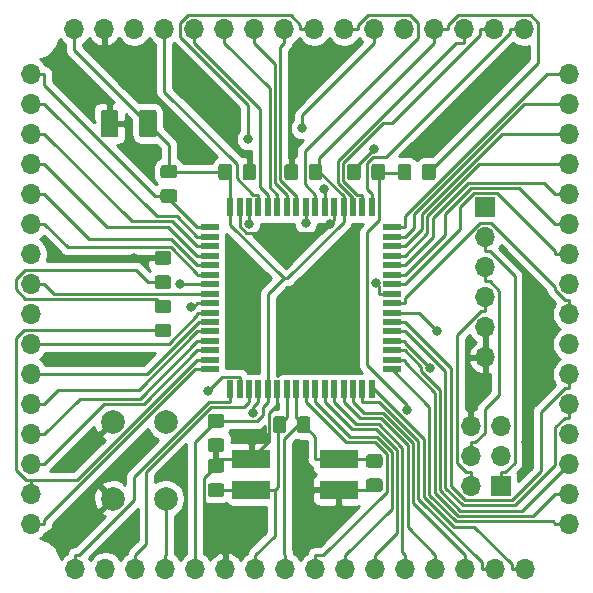
<source format=gbr>
G04 #@! TF.GenerationSoftware,KiCad,Pcbnew,(5.1.5-0-10_14)*
G04 #@! TF.CreationDate,2020-11-09T16:06:39+01:00*
G04 #@! TF.ProjectId,ATmega128_Breakout_Board,41546d65-6761-4313-9238-5f427265616b,rev?*
G04 #@! TF.SameCoordinates,Original*
G04 #@! TF.FileFunction,Copper,L1,Top*
G04 #@! TF.FilePolarity,Positive*
%FSLAX46Y46*%
G04 Gerber Fmt 4.6, Leading zero omitted, Abs format (unit mm)*
G04 Created by KiCad (PCBNEW (5.1.5-0-10_14)) date 2020-11-09 16:06:39*
%MOMM*%
%LPD*%
G04 APERTURE LIST*
%ADD10C,2.000000*%
%ADD11C,0.100000*%
%ADD12R,3.300000X1.540000*%
%ADD13O,1.700000X1.700000*%
%ADD14R,0.550000X1.500000*%
%ADD15R,1.500000X0.550000*%
%ADD16R,1.700000X1.700000*%
%ADD17C,0.800000*%
%ADD18C,0.250000*%
%ADD19C,0.254000*%
G04 APERTURE END LIST*
D10*
X102650000Y-97850000D03*
X107150000Y-97850000D03*
X102650000Y-104350000D03*
X107150000Y-104350000D03*
G04 #@! TA.AperFunction,SMDPad,CuDef*
D11*
G36*
X102899504Y-71426204D02*
G01*
X102923773Y-71429804D01*
X102947571Y-71435765D01*
X102970671Y-71444030D01*
X102992849Y-71454520D01*
X103013893Y-71467133D01*
X103033598Y-71481747D01*
X103051777Y-71498223D01*
X103068253Y-71516402D01*
X103082867Y-71536107D01*
X103095480Y-71557151D01*
X103105970Y-71579329D01*
X103114235Y-71602429D01*
X103120196Y-71626227D01*
X103123796Y-71650496D01*
X103125000Y-71675000D01*
X103125000Y-73525000D01*
X103123796Y-73549504D01*
X103120196Y-73573773D01*
X103114235Y-73597571D01*
X103105970Y-73620671D01*
X103095480Y-73642849D01*
X103082867Y-73663893D01*
X103068253Y-73683598D01*
X103051777Y-73701777D01*
X103033598Y-73718253D01*
X103013893Y-73732867D01*
X102992849Y-73745480D01*
X102970671Y-73755970D01*
X102947571Y-73764235D01*
X102923773Y-73770196D01*
X102899504Y-73773796D01*
X102875000Y-73775000D01*
X101875000Y-73775000D01*
X101850496Y-73773796D01*
X101826227Y-73770196D01*
X101802429Y-73764235D01*
X101779329Y-73755970D01*
X101757151Y-73745480D01*
X101736107Y-73732867D01*
X101716402Y-73718253D01*
X101698223Y-73701777D01*
X101681747Y-73683598D01*
X101667133Y-73663893D01*
X101654520Y-73642849D01*
X101644030Y-73620671D01*
X101635765Y-73597571D01*
X101629804Y-73573773D01*
X101626204Y-73549504D01*
X101625000Y-73525000D01*
X101625000Y-71675000D01*
X101626204Y-71650496D01*
X101629804Y-71626227D01*
X101635765Y-71602429D01*
X101644030Y-71579329D01*
X101654520Y-71557151D01*
X101667133Y-71536107D01*
X101681747Y-71516402D01*
X101698223Y-71498223D01*
X101716402Y-71481747D01*
X101736107Y-71467133D01*
X101757151Y-71454520D01*
X101779329Y-71444030D01*
X101802429Y-71435765D01*
X101826227Y-71429804D01*
X101850496Y-71426204D01*
X101875000Y-71425000D01*
X102875000Y-71425000D01*
X102899504Y-71426204D01*
G37*
G04 #@! TD.AperFunction*
G04 #@! TA.AperFunction,SMDPad,CuDef*
G36*
X106149504Y-71426204D02*
G01*
X106173773Y-71429804D01*
X106197571Y-71435765D01*
X106220671Y-71444030D01*
X106242849Y-71454520D01*
X106263893Y-71467133D01*
X106283598Y-71481747D01*
X106301777Y-71498223D01*
X106318253Y-71516402D01*
X106332867Y-71536107D01*
X106345480Y-71557151D01*
X106355970Y-71579329D01*
X106364235Y-71602429D01*
X106370196Y-71626227D01*
X106373796Y-71650496D01*
X106375000Y-71675000D01*
X106375000Y-73525000D01*
X106373796Y-73549504D01*
X106370196Y-73573773D01*
X106364235Y-73597571D01*
X106355970Y-73620671D01*
X106345480Y-73642849D01*
X106332867Y-73663893D01*
X106318253Y-73683598D01*
X106301777Y-73701777D01*
X106283598Y-73718253D01*
X106263893Y-73732867D01*
X106242849Y-73745480D01*
X106220671Y-73755970D01*
X106197571Y-73764235D01*
X106173773Y-73770196D01*
X106149504Y-73773796D01*
X106125000Y-73775000D01*
X105125000Y-73775000D01*
X105100496Y-73773796D01*
X105076227Y-73770196D01*
X105052429Y-73764235D01*
X105029329Y-73755970D01*
X105007151Y-73745480D01*
X104986107Y-73732867D01*
X104966402Y-73718253D01*
X104948223Y-73701777D01*
X104931747Y-73683598D01*
X104917133Y-73663893D01*
X104904520Y-73642849D01*
X104894030Y-73620671D01*
X104885765Y-73597571D01*
X104879804Y-73573773D01*
X104876204Y-73549504D01*
X104875000Y-73525000D01*
X104875000Y-71675000D01*
X104876204Y-71650496D01*
X104879804Y-71626227D01*
X104885765Y-71602429D01*
X104894030Y-71579329D01*
X104904520Y-71557151D01*
X104917133Y-71536107D01*
X104931747Y-71516402D01*
X104948223Y-71498223D01*
X104966402Y-71481747D01*
X104986107Y-71467133D01*
X105007151Y-71454520D01*
X105029329Y-71444030D01*
X105052429Y-71435765D01*
X105076227Y-71429804D01*
X105100496Y-71426204D01*
X105125000Y-71425000D01*
X106125000Y-71425000D01*
X106149504Y-71426204D01*
G37*
G04 #@! TD.AperFunction*
G04 #@! TA.AperFunction,SMDPad,CuDef*
G36*
X117124505Y-97401204D02*
G01*
X117148773Y-97404804D01*
X117172572Y-97410765D01*
X117195671Y-97419030D01*
X117217850Y-97429520D01*
X117238893Y-97442132D01*
X117258599Y-97456747D01*
X117276777Y-97473223D01*
X117293253Y-97491401D01*
X117307868Y-97511107D01*
X117320480Y-97532150D01*
X117330970Y-97554329D01*
X117339235Y-97577428D01*
X117345196Y-97601227D01*
X117348796Y-97625495D01*
X117350000Y-97649999D01*
X117350000Y-98550001D01*
X117348796Y-98574505D01*
X117345196Y-98598773D01*
X117339235Y-98622572D01*
X117330970Y-98645671D01*
X117320480Y-98667850D01*
X117307868Y-98688893D01*
X117293253Y-98708599D01*
X117276777Y-98726777D01*
X117258599Y-98743253D01*
X117238893Y-98757868D01*
X117217850Y-98770480D01*
X117195671Y-98780970D01*
X117172572Y-98789235D01*
X117148773Y-98795196D01*
X117124505Y-98798796D01*
X117100001Y-98800000D01*
X116449999Y-98800000D01*
X116425495Y-98798796D01*
X116401227Y-98795196D01*
X116377428Y-98789235D01*
X116354329Y-98780970D01*
X116332150Y-98770480D01*
X116311107Y-98757868D01*
X116291401Y-98743253D01*
X116273223Y-98726777D01*
X116256747Y-98708599D01*
X116242132Y-98688893D01*
X116229520Y-98667850D01*
X116219030Y-98645671D01*
X116210765Y-98622572D01*
X116204804Y-98598773D01*
X116201204Y-98574505D01*
X116200000Y-98550001D01*
X116200000Y-97649999D01*
X116201204Y-97625495D01*
X116204804Y-97601227D01*
X116210765Y-97577428D01*
X116219030Y-97554329D01*
X116229520Y-97532150D01*
X116242132Y-97511107D01*
X116256747Y-97491401D01*
X116273223Y-97473223D01*
X116291401Y-97456747D01*
X116311107Y-97442132D01*
X116332150Y-97429520D01*
X116354329Y-97419030D01*
X116377428Y-97410765D01*
X116401227Y-97404804D01*
X116425495Y-97401204D01*
X116449999Y-97400000D01*
X117100001Y-97400000D01*
X117124505Y-97401204D01*
G37*
G04 #@! TD.AperFunction*
G04 #@! TA.AperFunction,SMDPad,CuDef*
G36*
X119174505Y-97401204D02*
G01*
X119198773Y-97404804D01*
X119222572Y-97410765D01*
X119245671Y-97419030D01*
X119267850Y-97429520D01*
X119288893Y-97442132D01*
X119308599Y-97456747D01*
X119326777Y-97473223D01*
X119343253Y-97491401D01*
X119357868Y-97511107D01*
X119370480Y-97532150D01*
X119380970Y-97554329D01*
X119389235Y-97577428D01*
X119395196Y-97601227D01*
X119398796Y-97625495D01*
X119400000Y-97649999D01*
X119400000Y-98550001D01*
X119398796Y-98574505D01*
X119395196Y-98598773D01*
X119389235Y-98622572D01*
X119380970Y-98645671D01*
X119370480Y-98667850D01*
X119357868Y-98688893D01*
X119343253Y-98708599D01*
X119326777Y-98726777D01*
X119308599Y-98743253D01*
X119288893Y-98757868D01*
X119267850Y-98770480D01*
X119245671Y-98780970D01*
X119222572Y-98789235D01*
X119198773Y-98795196D01*
X119174505Y-98798796D01*
X119150001Y-98800000D01*
X118499999Y-98800000D01*
X118475495Y-98798796D01*
X118451227Y-98795196D01*
X118427428Y-98789235D01*
X118404329Y-98780970D01*
X118382150Y-98770480D01*
X118361107Y-98757868D01*
X118341401Y-98743253D01*
X118323223Y-98726777D01*
X118306747Y-98708599D01*
X118292132Y-98688893D01*
X118279520Y-98667850D01*
X118269030Y-98645671D01*
X118260765Y-98622572D01*
X118254804Y-98598773D01*
X118251204Y-98574505D01*
X118250000Y-98550001D01*
X118250000Y-97649999D01*
X118251204Y-97625495D01*
X118254804Y-97601227D01*
X118260765Y-97577428D01*
X118269030Y-97554329D01*
X118279520Y-97532150D01*
X118292132Y-97511107D01*
X118306747Y-97491401D01*
X118323223Y-97473223D01*
X118341401Y-97456747D01*
X118361107Y-97442132D01*
X118382150Y-97429520D01*
X118404329Y-97419030D01*
X118427428Y-97410765D01*
X118451227Y-97404804D01*
X118475495Y-97401204D01*
X118499999Y-97400000D01*
X119150001Y-97400000D01*
X119174505Y-97401204D01*
G37*
G04 #@! TD.AperFunction*
D12*
X121800000Y-103620000D03*
X114400000Y-103620000D03*
X114400000Y-100980000D03*
X121800000Y-100980000D03*
D13*
X99400000Y-64600000D03*
X101940000Y-64600000D03*
X104480000Y-64600000D03*
X107020000Y-64600000D03*
X109560000Y-64600000D03*
X112100000Y-64600000D03*
X114640000Y-64600000D03*
X117180000Y-64600000D03*
X119720000Y-64600000D03*
X122260000Y-64600000D03*
X124800000Y-64600000D03*
X127340000Y-64600000D03*
X129880000Y-64600000D03*
X132420000Y-64600000D03*
X134960000Y-64600000D03*
X137500000Y-64600000D03*
X141300000Y-68400000D03*
X141300000Y-70940000D03*
X141300000Y-73480000D03*
X141300000Y-76020000D03*
X141300000Y-78560000D03*
X141300000Y-81100000D03*
X141300000Y-83640000D03*
X141300000Y-86180000D03*
X141300000Y-88720000D03*
X141300000Y-91260000D03*
X141300000Y-93800000D03*
X141300000Y-96340000D03*
X141300000Y-98880000D03*
X141300000Y-101420000D03*
X141300000Y-103960000D03*
X141300000Y-106500000D03*
X137600000Y-110300000D03*
X135060000Y-110300000D03*
X132520000Y-110300000D03*
X129980000Y-110300000D03*
X127440000Y-110300000D03*
X124900000Y-110300000D03*
X122360000Y-110300000D03*
X119820000Y-110300000D03*
X117280000Y-110300000D03*
X114740000Y-110300000D03*
X112200000Y-110300000D03*
X109660000Y-110300000D03*
X107120000Y-110300000D03*
X104580000Y-110300000D03*
X102040000Y-110300000D03*
X99500000Y-110300000D03*
X95700000Y-106500000D03*
X95700000Y-103960000D03*
X95700000Y-101420000D03*
X95700000Y-98880000D03*
X95700000Y-96340000D03*
X95700000Y-93800000D03*
X95700000Y-91260000D03*
X95700000Y-88720000D03*
X95700000Y-86180000D03*
X95700000Y-83640000D03*
X95700000Y-81100000D03*
X95700000Y-78560000D03*
X95700000Y-76020000D03*
X95700000Y-73480000D03*
X95700000Y-70940000D03*
X95700000Y-68400000D03*
G04 #@! TA.AperFunction,SMDPad,CuDef*
D11*
G36*
X111874505Y-99251204D02*
G01*
X111898773Y-99254804D01*
X111922572Y-99260765D01*
X111945671Y-99269030D01*
X111967850Y-99279520D01*
X111988893Y-99292132D01*
X112008599Y-99306747D01*
X112026777Y-99323223D01*
X112043253Y-99341401D01*
X112057868Y-99361107D01*
X112070480Y-99382150D01*
X112080970Y-99404329D01*
X112089235Y-99427428D01*
X112095196Y-99451227D01*
X112098796Y-99475495D01*
X112100000Y-99499999D01*
X112100000Y-100150001D01*
X112098796Y-100174505D01*
X112095196Y-100198773D01*
X112089235Y-100222572D01*
X112080970Y-100245671D01*
X112070480Y-100267850D01*
X112057868Y-100288893D01*
X112043253Y-100308599D01*
X112026777Y-100326777D01*
X112008599Y-100343253D01*
X111988893Y-100357868D01*
X111967850Y-100370480D01*
X111945671Y-100380970D01*
X111922572Y-100389235D01*
X111898773Y-100395196D01*
X111874505Y-100398796D01*
X111850001Y-100400000D01*
X110949999Y-100400000D01*
X110925495Y-100398796D01*
X110901227Y-100395196D01*
X110877428Y-100389235D01*
X110854329Y-100380970D01*
X110832150Y-100370480D01*
X110811107Y-100357868D01*
X110791401Y-100343253D01*
X110773223Y-100326777D01*
X110756747Y-100308599D01*
X110742132Y-100288893D01*
X110729520Y-100267850D01*
X110719030Y-100245671D01*
X110710765Y-100222572D01*
X110704804Y-100198773D01*
X110701204Y-100174505D01*
X110700000Y-100150001D01*
X110700000Y-99499999D01*
X110701204Y-99475495D01*
X110704804Y-99451227D01*
X110710765Y-99427428D01*
X110719030Y-99404329D01*
X110729520Y-99382150D01*
X110742132Y-99361107D01*
X110756747Y-99341401D01*
X110773223Y-99323223D01*
X110791401Y-99306747D01*
X110811107Y-99292132D01*
X110832150Y-99279520D01*
X110854329Y-99269030D01*
X110877428Y-99260765D01*
X110901227Y-99254804D01*
X110925495Y-99251204D01*
X110949999Y-99250000D01*
X111850001Y-99250000D01*
X111874505Y-99251204D01*
G37*
G04 #@! TD.AperFunction*
G04 #@! TA.AperFunction,SMDPad,CuDef*
G36*
X111874505Y-97201204D02*
G01*
X111898773Y-97204804D01*
X111922572Y-97210765D01*
X111945671Y-97219030D01*
X111967850Y-97229520D01*
X111988893Y-97242132D01*
X112008599Y-97256747D01*
X112026777Y-97273223D01*
X112043253Y-97291401D01*
X112057868Y-97311107D01*
X112070480Y-97332150D01*
X112080970Y-97354329D01*
X112089235Y-97377428D01*
X112095196Y-97401227D01*
X112098796Y-97425495D01*
X112100000Y-97449999D01*
X112100000Y-98100001D01*
X112098796Y-98124505D01*
X112095196Y-98148773D01*
X112089235Y-98172572D01*
X112080970Y-98195671D01*
X112070480Y-98217850D01*
X112057868Y-98238893D01*
X112043253Y-98258599D01*
X112026777Y-98276777D01*
X112008599Y-98293253D01*
X111988893Y-98307868D01*
X111967850Y-98320480D01*
X111945671Y-98330970D01*
X111922572Y-98339235D01*
X111898773Y-98345196D01*
X111874505Y-98348796D01*
X111850001Y-98350000D01*
X110949999Y-98350000D01*
X110925495Y-98348796D01*
X110901227Y-98345196D01*
X110877428Y-98339235D01*
X110854329Y-98330970D01*
X110832150Y-98320480D01*
X110811107Y-98307868D01*
X110791401Y-98293253D01*
X110773223Y-98276777D01*
X110756747Y-98258599D01*
X110742132Y-98238893D01*
X110729520Y-98217850D01*
X110719030Y-98195671D01*
X110710765Y-98172572D01*
X110704804Y-98148773D01*
X110701204Y-98124505D01*
X110700000Y-98100001D01*
X110700000Y-97449999D01*
X110701204Y-97425495D01*
X110704804Y-97401227D01*
X110710765Y-97377428D01*
X110719030Y-97354329D01*
X110729520Y-97332150D01*
X110742132Y-97311107D01*
X110756747Y-97291401D01*
X110773223Y-97273223D01*
X110791401Y-97256747D01*
X110811107Y-97242132D01*
X110832150Y-97229520D01*
X110854329Y-97219030D01*
X110877428Y-97210765D01*
X110901227Y-97204804D01*
X110925495Y-97201204D01*
X110949999Y-97200000D01*
X111850001Y-97200000D01*
X111874505Y-97201204D01*
G37*
G04 #@! TD.AperFunction*
D14*
X112600000Y-79700000D03*
X113400000Y-79700000D03*
X114200000Y-79700000D03*
X115000000Y-79700000D03*
X115800000Y-79700000D03*
X116600000Y-79700000D03*
X117400000Y-79700000D03*
X118200000Y-79700000D03*
X119000000Y-79700000D03*
X119800000Y-79700000D03*
X120600000Y-79700000D03*
X121400000Y-79700000D03*
X122200000Y-79700000D03*
X123000000Y-79700000D03*
X123800000Y-79700000D03*
X124600000Y-79700000D03*
D15*
X126300000Y-81400000D03*
X126300000Y-82200000D03*
X126300000Y-83000000D03*
X126300000Y-83800000D03*
X126300000Y-84600000D03*
X126300000Y-85400000D03*
X126300000Y-86200000D03*
X126300000Y-87000000D03*
X126300000Y-87800000D03*
X126300000Y-88600000D03*
X126300000Y-89400000D03*
X126300000Y-90200000D03*
X126300000Y-91000000D03*
X126300000Y-91800000D03*
X126300000Y-92600000D03*
X126300000Y-93400000D03*
D14*
X124600000Y-95100000D03*
X123800000Y-95100000D03*
X123000000Y-95100000D03*
X122200000Y-95100000D03*
X121400000Y-95100000D03*
X120600000Y-95100000D03*
X119800000Y-95100000D03*
X119000000Y-95100000D03*
X118200000Y-95100000D03*
X117400000Y-95100000D03*
X116600000Y-95100000D03*
X115800000Y-95100000D03*
X115000000Y-95100000D03*
X114200000Y-95100000D03*
X113400000Y-95100000D03*
X112600000Y-95100000D03*
D15*
X110900000Y-93400000D03*
X110900000Y-92600000D03*
X110900000Y-91800000D03*
X110900000Y-91000000D03*
X110900000Y-90200000D03*
X110900000Y-89400000D03*
X110900000Y-88600000D03*
X110900000Y-87800000D03*
X110900000Y-87000000D03*
X110900000Y-86200000D03*
X110900000Y-85400000D03*
X110900000Y-84600000D03*
X110900000Y-83800000D03*
X110900000Y-83000000D03*
X110900000Y-82200000D03*
X110900000Y-81400000D03*
G04 #@! TA.AperFunction,SMDPad,CuDef*
D11*
G36*
X107874505Y-76101204D02*
G01*
X107898773Y-76104804D01*
X107922572Y-76110765D01*
X107945671Y-76119030D01*
X107967850Y-76129520D01*
X107988893Y-76142132D01*
X108008599Y-76156747D01*
X108026777Y-76173223D01*
X108043253Y-76191401D01*
X108057868Y-76211107D01*
X108070480Y-76232150D01*
X108080970Y-76254329D01*
X108089235Y-76277428D01*
X108095196Y-76301227D01*
X108098796Y-76325495D01*
X108100000Y-76349999D01*
X108100000Y-77000001D01*
X108098796Y-77024505D01*
X108095196Y-77048773D01*
X108089235Y-77072572D01*
X108080970Y-77095671D01*
X108070480Y-77117850D01*
X108057868Y-77138893D01*
X108043253Y-77158599D01*
X108026777Y-77176777D01*
X108008599Y-77193253D01*
X107988893Y-77207868D01*
X107967850Y-77220480D01*
X107945671Y-77230970D01*
X107922572Y-77239235D01*
X107898773Y-77245196D01*
X107874505Y-77248796D01*
X107850001Y-77250000D01*
X106949999Y-77250000D01*
X106925495Y-77248796D01*
X106901227Y-77245196D01*
X106877428Y-77239235D01*
X106854329Y-77230970D01*
X106832150Y-77220480D01*
X106811107Y-77207868D01*
X106791401Y-77193253D01*
X106773223Y-77176777D01*
X106756747Y-77158599D01*
X106742132Y-77138893D01*
X106729520Y-77117850D01*
X106719030Y-77095671D01*
X106710765Y-77072572D01*
X106704804Y-77048773D01*
X106701204Y-77024505D01*
X106700000Y-77000001D01*
X106700000Y-76349999D01*
X106701204Y-76325495D01*
X106704804Y-76301227D01*
X106710765Y-76277428D01*
X106719030Y-76254329D01*
X106729520Y-76232150D01*
X106742132Y-76211107D01*
X106756747Y-76191401D01*
X106773223Y-76173223D01*
X106791401Y-76156747D01*
X106811107Y-76142132D01*
X106832150Y-76129520D01*
X106854329Y-76119030D01*
X106877428Y-76110765D01*
X106901227Y-76104804D01*
X106925495Y-76101204D01*
X106949999Y-76100000D01*
X107850001Y-76100000D01*
X107874505Y-76101204D01*
G37*
G04 #@! TD.AperFunction*
G04 #@! TA.AperFunction,SMDPad,CuDef*
G36*
X107874505Y-78151204D02*
G01*
X107898773Y-78154804D01*
X107922572Y-78160765D01*
X107945671Y-78169030D01*
X107967850Y-78179520D01*
X107988893Y-78192132D01*
X108008599Y-78206747D01*
X108026777Y-78223223D01*
X108043253Y-78241401D01*
X108057868Y-78261107D01*
X108070480Y-78282150D01*
X108080970Y-78304329D01*
X108089235Y-78327428D01*
X108095196Y-78351227D01*
X108098796Y-78375495D01*
X108100000Y-78399999D01*
X108100000Y-79050001D01*
X108098796Y-79074505D01*
X108095196Y-79098773D01*
X108089235Y-79122572D01*
X108080970Y-79145671D01*
X108070480Y-79167850D01*
X108057868Y-79188893D01*
X108043253Y-79208599D01*
X108026777Y-79226777D01*
X108008599Y-79243253D01*
X107988893Y-79257868D01*
X107967850Y-79270480D01*
X107945671Y-79280970D01*
X107922572Y-79289235D01*
X107898773Y-79295196D01*
X107874505Y-79298796D01*
X107850001Y-79300000D01*
X106949999Y-79300000D01*
X106925495Y-79298796D01*
X106901227Y-79295196D01*
X106877428Y-79289235D01*
X106854329Y-79280970D01*
X106832150Y-79270480D01*
X106811107Y-79257868D01*
X106791401Y-79243253D01*
X106773223Y-79226777D01*
X106756747Y-79208599D01*
X106742132Y-79188893D01*
X106729520Y-79167850D01*
X106719030Y-79145671D01*
X106710765Y-79122572D01*
X106704804Y-79098773D01*
X106701204Y-79074505D01*
X106700000Y-79050001D01*
X106700000Y-78399999D01*
X106701204Y-78375495D01*
X106704804Y-78351227D01*
X106710765Y-78327428D01*
X106719030Y-78304329D01*
X106729520Y-78282150D01*
X106742132Y-78261107D01*
X106756747Y-78241401D01*
X106773223Y-78223223D01*
X106791401Y-78206747D01*
X106811107Y-78192132D01*
X106832150Y-78179520D01*
X106854329Y-78169030D01*
X106877428Y-78160765D01*
X106901227Y-78154804D01*
X106925495Y-78151204D01*
X106949999Y-78150000D01*
X107850001Y-78150000D01*
X107874505Y-78151204D01*
G37*
G04 #@! TD.AperFunction*
G04 #@! TA.AperFunction,SMDPad,CuDef*
G36*
X107394505Y-87501204D02*
G01*
X107418773Y-87504804D01*
X107442572Y-87510765D01*
X107465671Y-87519030D01*
X107487850Y-87529520D01*
X107508893Y-87542132D01*
X107528599Y-87556747D01*
X107546777Y-87573223D01*
X107563253Y-87591401D01*
X107577868Y-87611107D01*
X107590480Y-87632150D01*
X107600970Y-87654329D01*
X107609235Y-87677428D01*
X107615196Y-87701227D01*
X107618796Y-87725495D01*
X107620000Y-87749999D01*
X107620000Y-88400001D01*
X107618796Y-88424505D01*
X107615196Y-88448773D01*
X107609235Y-88472572D01*
X107600970Y-88495671D01*
X107590480Y-88517850D01*
X107577868Y-88538893D01*
X107563253Y-88558599D01*
X107546777Y-88576777D01*
X107528599Y-88593253D01*
X107508893Y-88607868D01*
X107487850Y-88620480D01*
X107465671Y-88630970D01*
X107442572Y-88639235D01*
X107418773Y-88645196D01*
X107394505Y-88648796D01*
X107370001Y-88650000D01*
X106469999Y-88650000D01*
X106445495Y-88648796D01*
X106421227Y-88645196D01*
X106397428Y-88639235D01*
X106374329Y-88630970D01*
X106352150Y-88620480D01*
X106331107Y-88607868D01*
X106311401Y-88593253D01*
X106293223Y-88576777D01*
X106276747Y-88558599D01*
X106262132Y-88538893D01*
X106249520Y-88517850D01*
X106239030Y-88495671D01*
X106230765Y-88472572D01*
X106224804Y-88448773D01*
X106221204Y-88424505D01*
X106220000Y-88400001D01*
X106220000Y-87749999D01*
X106221204Y-87725495D01*
X106224804Y-87701227D01*
X106230765Y-87677428D01*
X106239030Y-87654329D01*
X106249520Y-87632150D01*
X106262132Y-87611107D01*
X106276747Y-87591401D01*
X106293223Y-87573223D01*
X106311401Y-87556747D01*
X106331107Y-87542132D01*
X106352150Y-87529520D01*
X106374329Y-87519030D01*
X106397428Y-87510765D01*
X106421227Y-87504804D01*
X106445495Y-87501204D01*
X106469999Y-87500000D01*
X107370001Y-87500000D01*
X107394505Y-87501204D01*
G37*
G04 #@! TD.AperFunction*
G04 #@! TA.AperFunction,SMDPad,CuDef*
G36*
X107394505Y-89551204D02*
G01*
X107418773Y-89554804D01*
X107442572Y-89560765D01*
X107465671Y-89569030D01*
X107487850Y-89579520D01*
X107508893Y-89592132D01*
X107528599Y-89606747D01*
X107546777Y-89623223D01*
X107563253Y-89641401D01*
X107577868Y-89661107D01*
X107590480Y-89682150D01*
X107600970Y-89704329D01*
X107609235Y-89727428D01*
X107615196Y-89751227D01*
X107618796Y-89775495D01*
X107620000Y-89799999D01*
X107620000Y-90450001D01*
X107618796Y-90474505D01*
X107615196Y-90498773D01*
X107609235Y-90522572D01*
X107600970Y-90545671D01*
X107590480Y-90567850D01*
X107577868Y-90588893D01*
X107563253Y-90608599D01*
X107546777Y-90626777D01*
X107528599Y-90643253D01*
X107508893Y-90657868D01*
X107487850Y-90670480D01*
X107465671Y-90680970D01*
X107442572Y-90689235D01*
X107418773Y-90695196D01*
X107394505Y-90698796D01*
X107370001Y-90700000D01*
X106469999Y-90700000D01*
X106445495Y-90698796D01*
X106421227Y-90695196D01*
X106397428Y-90689235D01*
X106374329Y-90680970D01*
X106352150Y-90670480D01*
X106331107Y-90657868D01*
X106311401Y-90643253D01*
X106293223Y-90626777D01*
X106276747Y-90608599D01*
X106262132Y-90588893D01*
X106249520Y-90567850D01*
X106239030Y-90545671D01*
X106230765Y-90522572D01*
X106224804Y-90498773D01*
X106221204Y-90474505D01*
X106220000Y-90450001D01*
X106220000Y-89799999D01*
X106221204Y-89775495D01*
X106224804Y-89751227D01*
X106230765Y-89727428D01*
X106239030Y-89704329D01*
X106249520Y-89682150D01*
X106262132Y-89661107D01*
X106276747Y-89641401D01*
X106293223Y-89623223D01*
X106311401Y-89606747D01*
X106331107Y-89592132D01*
X106352150Y-89579520D01*
X106374329Y-89569030D01*
X106397428Y-89560765D01*
X106421227Y-89554804D01*
X106445495Y-89551204D01*
X106469999Y-89550000D01*
X107370001Y-89550000D01*
X107394505Y-89551204D01*
G37*
G04 #@! TD.AperFunction*
G04 #@! TA.AperFunction,SMDPad,CuDef*
G36*
X127724505Y-76001204D02*
G01*
X127748773Y-76004804D01*
X127772572Y-76010765D01*
X127795671Y-76019030D01*
X127817850Y-76029520D01*
X127838893Y-76042132D01*
X127858599Y-76056747D01*
X127876777Y-76073223D01*
X127893253Y-76091401D01*
X127907868Y-76111107D01*
X127920480Y-76132150D01*
X127930970Y-76154329D01*
X127939235Y-76177428D01*
X127945196Y-76201227D01*
X127948796Y-76225495D01*
X127950000Y-76249999D01*
X127950000Y-77150001D01*
X127948796Y-77174505D01*
X127945196Y-77198773D01*
X127939235Y-77222572D01*
X127930970Y-77245671D01*
X127920480Y-77267850D01*
X127907868Y-77288893D01*
X127893253Y-77308599D01*
X127876777Y-77326777D01*
X127858599Y-77343253D01*
X127838893Y-77357868D01*
X127817850Y-77370480D01*
X127795671Y-77380970D01*
X127772572Y-77389235D01*
X127748773Y-77395196D01*
X127724505Y-77398796D01*
X127700001Y-77400000D01*
X127049999Y-77400000D01*
X127025495Y-77398796D01*
X127001227Y-77395196D01*
X126977428Y-77389235D01*
X126954329Y-77380970D01*
X126932150Y-77370480D01*
X126911107Y-77357868D01*
X126891401Y-77343253D01*
X126873223Y-77326777D01*
X126856747Y-77308599D01*
X126842132Y-77288893D01*
X126829520Y-77267850D01*
X126819030Y-77245671D01*
X126810765Y-77222572D01*
X126804804Y-77198773D01*
X126801204Y-77174505D01*
X126800000Y-77150001D01*
X126800000Y-76249999D01*
X126801204Y-76225495D01*
X126804804Y-76201227D01*
X126810765Y-76177428D01*
X126819030Y-76154329D01*
X126829520Y-76132150D01*
X126842132Y-76111107D01*
X126856747Y-76091401D01*
X126873223Y-76073223D01*
X126891401Y-76056747D01*
X126911107Y-76042132D01*
X126932150Y-76029520D01*
X126954329Y-76019030D01*
X126977428Y-76010765D01*
X127001227Y-76004804D01*
X127025495Y-76001204D01*
X127049999Y-76000000D01*
X127700001Y-76000000D01*
X127724505Y-76001204D01*
G37*
G04 #@! TD.AperFunction*
G04 #@! TA.AperFunction,SMDPad,CuDef*
G36*
X129774505Y-76001204D02*
G01*
X129798773Y-76004804D01*
X129822572Y-76010765D01*
X129845671Y-76019030D01*
X129867850Y-76029520D01*
X129888893Y-76042132D01*
X129908599Y-76056747D01*
X129926777Y-76073223D01*
X129943253Y-76091401D01*
X129957868Y-76111107D01*
X129970480Y-76132150D01*
X129980970Y-76154329D01*
X129989235Y-76177428D01*
X129995196Y-76201227D01*
X129998796Y-76225495D01*
X130000000Y-76249999D01*
X130000000Y-77150001D01*
X129998796Y-77174505D01*
X129995196Y-77198773D01*
X129989235Y-77222572D01*
X129980970Y-77245671D01*
X129970480Y-77267850D01*
X129957868Y-77288893D01*
X129943253Y-77308599D01*
X129926777Y-77326777D01*
X129908599Y-77343253D01*
X129888893Y-77357868D01*
X129867850Y-77370480D01*
X129845671Y-77380970D01*
X129822572Y-77389235D01*
X129798773Y-77395196D01*
X129774505Y-77398796D01*
X129750001Y-77400000D01*
X129099999Y-77400000D01*
X129075495Y-77398796D01*
X129051227Y-77395196D01*
X129027428Y-77389235D01*
X129004329Y-77380970D01*
X128982150Y-77370480D01*
X128961107Y-77357868D01*
X128941401Y-77343253D01*
X128923223Y-77326777D01*
X128906747Y-77308599D01*
X128892132Y-77288893D01*
X128879520Y-77267850D01*
X128869030Y-77245671D01*
X128860765Y-77222572D01*
X128854804Y-77198773D01*
X128851204Y-77174505D01*
X128850000Y-77150001D01*
X128850000Y-76249999D01*
X128851204Y-76225495D01*
X128854804Y-76201227D01*
X128860765Y-76177428D01*
X128869030Y-76154329D01*
X128879520Y-76132150D01*
X128892132Y-76111107D01*
X128906747Y-76091401D01*
X128923223Y-76073223D01*
X128941401Y-76056747D01*
X128961107Y-76042132D01*
X128982150Y-76029520D01*
X129004329Y-76019030D01*
X129027428Y-76010765D01*
X129051227Y-76004804D01*
X129075495Y-76001204D01*
X129099999Y-76000000D01*
X129750001Y-76000000D01*
X129774505Y-76001204D01*
G37*
G04 #@! TD.AperFunction*
D13*
X132960000Y-98220000D03*
X135500000Y-98220000D03*
X132960000Y-100760000D03*
X135500000Y-100760000D03*
X132960000Y-103300000D03*
D16*
X135500000Y-103300000D03*
D13*
X134200000Y-92400000D03*
X134200000Y-89860000D03*
X134200000Y-87320000D03*
X134200000Y-84780000D03*
X134200000Y-82240000D03*
D16*
X134200000Y-79700000D03*
G04 #@! TA.AperFunction,SMDPad,CuDef*
D11*
G36*
X107374505Y-85451204D02*
G01*
X107398773Y-85454804D01*
X107422572Y-85460765D01*
X107445671Y-85469030D01*
X107467850Y-85479520D01*
X107488893Y-85492132D01*
X107508599Y-85506747D01*
X107526777Y-85523223D01*
X107543253Y-85541401D01*
X107557868Y-85561107D01*
X107570480Y-85582150D01*
X107580970Y-85604329D01*
X107589235Y-85627428D01*
X107595196Y-85651227D01*
X107598796Y-85675495D01*
X107600000Y-85699999D01*
X107600000Y-86350001D01*
X107598796Y-86374505D01*
X107595196Y-86398773D01*
X107589235Y-86422572D01*
X107580970Y-86445671D01*
X107570480Y-86467850D01*
X107557868Y-86488893D01*
X107543253Y-86508599D01*
X107526777Y-86526777D01*
X107508599Y-86543253D01*
X107488893Y-86557868D01*
X107467850Y-86570480D01*
X107445671Y-86580970D01*
X107422572Y-86589235D01*
X107398773Y-86595196D01*
X107374505Y-86598796D01*
X107350001Y-86600000D01*
X106449999Y-86600000D01*
X106425495Y-86598796D01*
X106401227Y-86595196D01*
X106377428Y-86589235D01*
X106354329Y-86580970D01*
X106332150Y-86570480D01*
X106311107Y-86557868D01*
X106291401Y-86543253D01*
X106273223Y-86526777D01*
X106256747Y-86508599D01*
X106242132Y-86488893D01*
X106229520Y-86467850D01*
X106219030Y-86445671D01*
X106210765Y-86422572D01*
X106204804Y-86398773D01*
X106201204Y-86374505D01*
X106200000Y-86350001D01*
X106200000Y-85699999D01*
X106201204Y-85675495D01*
X106204804Y-85651227D01*
X106210765Y-85627428D01*
X106219030Y-85604329D01*
X106229520Y-85582150D01*
X106242132Y-85561107D01*
X106256747Y-85541401D01*
X106273223Y-85523223D01*
X106291401Y-85506747D01*
X106311107Y-85492132D01*
X106332150Y-85479520D01*
X106354329Y-85469030D01*
X106377428Y-85460765D01*
X106401227Y-85454804D01*
X106425495Y-85451204D01*
X106449999Y-85450000D01*
X107350001Y-85450000D01*
X107374505Y-85451204D01*
G37*
G04 #@! TD.AperFunction*
G04 #@! TA.AperFunction,SMDPad,CuDef*
G36*
X107374505Y-83401204D02*
G01*
X107398773Y-83404804D01*
X107422572Y-83410765D01*
X107445671Y-83419030D01*
X107467850Y-83429520D01*
X107488893Y-83442132D01*
X107508599Y-83456747D01*
X107526777Y-83473223D01*
X107543253Y-83491401D01*
X107557868Y-83511107D01*
X107570480Y-83532150D01*
X107580970Y-83554329D01*
X107589235Y-83577428D01*
X107595196Y-83601227D01*
X107598796Y-83625495D01*
X107600000Y-83649999D01*
X107600000Y-84300001D01*
X107598796Y-84324505D01*
X107595196Y-84348773D01*
X107589235Y-84372572D01*
X107580970Y-84395671D01*
X107570480Y-84417850D01*
X107557868Y-84438893D01*
X107543253Y-84458599D01*
X107526777Y-84476777D01*
X107508599Y-84493253D01*
X107488893Y-84507868D01*
X107467850Y-84520480D01*
X107445671Y-84530970D01*
X107422572Y-84539235D01*
X107398773Y-84545196D01*
X107374505Y-84548796D01*
X107350001Y-84550000D01*
X106449999Y-84550000D01*
X106425495Y-84548796D01*
X106401227Y-84545196D01*
X106377428Y-84539235D01*
X106354329Y-84530970D01*
X106332150Y-84520480D01*
X106311107Y-84507868D01*
X106291401Y-84493253D01*
X106273223Y-84476777D01*
X106256747Y-84458599D01*
X106242132Y-84438893D01*
X106229520Y-84417850D01*
X106219030Y-84395671D01*
X106210765Y-84372572D01*
X106204804Y-84348773D01*
X106201204Y-84324505D01*
X106200000Y-84300001D01*
X106200000Y-83649999D01*
X106201204Y-83625495D01*
X106204804Y-83601227D01*
X106210765Y-83577428D01*
X106219030Y-83554329D01*
X106229520Y-83532150D01*
X106242132Y-83511107D01*
X106256747Y-83491401D01*
X106273223Y-83473223D01*
X106291401Y-83456747D01*
X106311107Y-83442132D01*
X106332150Y-83429520D01*
X106354329Y-83419030D01*
X106377428Y-83410765D01*
X106401227Y-83404804D01*
X106425495Y-83401204D01*
X106449999Y-83400000D01*
X107350001Y-83400000D01*
X107374505Y-83401204D01*
G37*
G04 #@! TD.AperFunction*
G04 #@! TA.AperFunction,SMDPad,CuDef*
G36*
X111874505Y-103051204D02*
G01*
X111898773Y-103054804D01*
X111922572Y-103060765D01*
X111945671Y-103069030D01*
X111967850Y-103079520D01*
X111988893Y-103092132D01*
X112008599Y-103106747D01*
X112026777Y-103123223D01*
X112043253Y-103141401D01*
X112057868Y-103161107D01*
X112070480Y-103182150D01*
X112080970Y-103204329D01*
X112089235Y-103227428D01*
X112095196Y-103251227D01*
X112098796Y-103275495D01*
X112100000Y-103299999D01*
X112100000Y-103950001D01*
X112098796Y-103974505D01*
X112095196Y-103998773D01*
X112089235Y-104022572D01*
X112080970Y-104045671D01*
X112070480Y-104067850D01*
X112057868Y-104088893D01*
X112043253Y-104108599D01*
X112026777Y-104126777D01*
X112008599Y-104143253D01*
X111988893Y-104157868D01*
X111967850Y-104170480D01*
X111945671Y-104180970D01*
X111922572Y-104189235D01*
X111898773Y-104195196D01*
X111874505Y-104198796D01*
X111850001Y-104200000D01*
X110949999Y-104200000D01*
X110925495Y-104198796D01*
X110901227Y-104195196D01*
X110877428Y-104189235D01*
X110854329Y-104180970D01*
X110832150Y-104170480D01*
X110811107Y-104157868D01*
X110791401Y-104143253D01*
X110773223Y-104126777D01*
X110756747Y-104108599D01*
X110742132Y-104088893D01*
X110729520Y-104067850D01*
X110719030Y-104045671D01*
X110710765Y-104022572D01*
X110704804Y-103998773D01*
X110701204Y-103974505D01*
X110700000Y-103950001D01*
X110700000Y-103299999D01*
X110701204Y-103275495D01*
X110704804Y-103251227D01*
X110710765Y-103227428D01*
X110719030Y-103204329D01*
X110729520Y-103182150D01*
X110742132Y-103161107D01*
X110756747Y-103141401D01*
X110773223Y-103123223D01*
X110791401Y-103106747D01*
X110811107Y-103092132D01*
X110832150Y-103079520D01*
X110854329Y-103069030D01*
X110877428Y-103060765D01*
X110901227Y-103054804D01*
X110925495Y-103051204D01*
X110949999Y-103050000D01*
X111850001Y-103050000D01*
X111874505Y-103051204D01*
G37*
G04 #@! TD.AperFunction*
G04 #@! TA.AperFunction,SMDPad,CuDef*
G36*
X111874505Y-101001204D02*
G01*
X111898773Y-101004804D01*
X111922572Y-101010765D01*
X111945671Y-101019030D01*
X111967850Y-101029520D01*
X111988893Y-101042132D01*
X112008599Y-101056747D01*
X112026777Y-101073223D01*
X112043253Y-101091401D01*
X112057868Y-101111107D01*
X112070480Y-101132150D01*
X112080970Y-101154329D01*
X112089235Y-101177428D01*
X112095196Y-101201227D01*
X112098796Y-101225495D01*
X112100000Y-101249999D01*
X112100000Y-101900001D01*
X112098796Y-101924505D01*
X112095196Y-101948773D01*
X112089235Y-101972572D01*
X112080970Y-101995671D01*
X112070480Y-102017850D01*
X112057868Y-102038893D01*
X112043253Y-102058599D01*
X112026777Y-102076777D01*
X112008599Y-102093253D01*
X111988893Y-102107868D01*
X111967850Y-102120480D01*
X111945671Y-102130970D01*
X111922572Y-102139235D01*
X111898773Y-102145196D01*
X111874505Y-102148796D01*
X111850001Y-102150000D01*
X110949999Y-102150000D01*
X110925495Y-102148796D01*
X110901227Y-102145196D01*
X110877428Y-102139235D01*
X110854329Y-102130970D01*
X110832150Y-102120480D01*
X110811107Y-102107868D01*
X110791401Y-102093253D01*
X110773223Y-102076777D01*
X110756747Y-102058599D01*
X110742132Y-102038893D01*
X110729520Y-102017850D01*
X110719030Y-101995671D01*
X110710765Y-101972572D01*
X110704804Y-101948773D01*
X110701204Y-101924505D01*
X110700000Y-101900001D01*
X110700000Y-101249999D01*
X110701204Y-101225495D01*
X110704804Y-101201227D01*
X110710765Y-101177428D01*
X110719030Y-101154329D01*
X110729520Y-101132150D01*
X110742132Y-101111107D01*
X110756747Y-101091401D01*
X110773223Y-101073223D01*
X110791401Y-101056747D01*
X110811107Y-101042132D01*
X110832150Y-101029520D01*
X110854329Y-101019030D01*
X110877428Y-101010765D01*
X110901227Y-101004804D01*
X110925495Y-101001204D01*
X110949999Y-101000000D01*
X111850001Y-101000000D01*
X111874505Y-101001204D01*
G37*
G04 #@! TD.AperFunction*
G04 #@! TA.AperFunction,SMDPad,CuDef*
G36*
X125274505Y-100601204D02*
G01*
X125298773Y-100604804D01*
X125322572Y-100610765D01*
X125345671Y-100619030D01*
X125367850Y-100629520D01*
X125388893Y-100642132D01*
X125408599Y-100656747D01*
X125426777Y-100673223D01*
X125443253Y-100691401D01*
X125457868Y-100711107D01*
X125470480Y-100732150D01*
X125480970Y-100754329D01*
X125489235Y-100777428D01*
X125495196Y-100801227D01*
X125498796Y-100825495D01*
X125500000Y-100849999D01*
X125500000Y-101500001D01*
X125498796Y-101524505D01*
X125495196Y-101548773D01*
X125489235Y-101572572D01*
X125480970Y-101595671D01*
X125470480Y-101617850D01*
X125457868Y-101638893D01*
X125443253Y-101658599D01*
X125426777Y-101676777D01*
X125408599Y-101693253D01*
X125388893Y-101707868D01*
X125367850Y-101720480D01*
X125345671Y-101730970D01*
X125322572Y-101739235D01*
X125298773Y-101745196D01*
X125274505Y-101748796D01*
X125250001Y-101750000D01*
X124349999Y-101750000D01*
X124325495Y-101748796D01*
X124301227Y-101745196D01*
X124277428Y-101739235D01*
X124254329Y-101730970D01*
X124232150Y-101720480D01*
X124211107Y-101707868D01*
X124191401Y-101693253D01*
X124173223Y-101676777D01*
X124156747Y-101658599D01*
X124142132Y-101638893D01*
X124129520Y-101617850D01*
X124119030Y-101595671D01*
X124110765Y-101572572D01*
X124104804Y-101548773D01*
X124101204Y-101524505D01*
X124100000Y-101500001D01*
X124100000Y-100849999D01*
X124101204Y-100825495D01*
X124104804Y-100801227D01*
X124110765Y-100777428D01*
X124119030Y-100754329D01*
X124129520Y-100732150D01*
X124142132Y-100711107D01*
X124156747Y-100691401D01*
X124173223Y-100673223D01*
X124191401Y-100656747D01*
X124211107Y-100642132D01*
X124232150Y-100629520D01*
X124254329Y-100619030D01*
X124277428Y-100610765D01*
X124301227Y-100604804D01*
X124325495Y-100601204D01*
X124349999Y-100600000D01*
X125250001Y-100600000D01*
X125274505Y-100601204D01*
G37*
G04 #@! TD.AperFunction*
G04 #@! TA.AperFunction,SMDPad,CuDef*
G36*
X125274505Y-102651204D02*
G01*
X125298773Y-102654804D01*
X125322572Y-102660765D01*
X125345671Y-102669030D01*
X125367850Y-102679520D01*
X125388893Y-102692132D01*
X125408599Y-102706747D01*
X125426777Y-102723223D01*
X125443253Y-102741401D01*
X125457868Y-102761107D01*
X125470480Y-102782150D01*
X125480970Y-102804329D01*
X125489235Y-102827428D01*
X125495196Y-102851227D01*
X125498796Y-102875495D01*
X125500000Y-102899999D01*
X125500000Y-103550001D01*
X125498796Y-103574505D01*
X125495196Y-103598773D01*
X125489235Y-103622572D01*
X125480970Y-103645671D01*
X125470480Y-103667850D01*
X125457868Y-103688893D01*
X125443253Y-103708599D01*
X125426777Y-103726777D01*
X125408599Y-103743253D01*
X125388893Y-103757868D01*
X125367850Y-103770480D01*
X125345671Y-103780970D01*
X125322572Y-103789235D01*
X125298773Y-103795196D01*
X125274505Y-103798796D01*
X125250001Y-103800000D01*
X124349999Y-103800000D01*
X124325495Y-103798796D01*
X124301227Y-103795196D01*
X124277428Y-103789235D01*
X124254329Y-103780970D01*
X124232150Y-103770480D01*
X124211107Y-103757868D01*
X124191401Y-103743253D01*
X124173223Y-103726777D01*
X124156747Y-103708599D01*
X124142132Y-103688893D01*
X124129520Y-103667850D01*
X124119030Y-103645671D01*
X124110765Y-103622572D01*
X124104804Y-103598773D01*
X124101204Y-103574505D01*
X124100000Y-103550001D01*
X124100000Y-102899999D01*
X124101204Y-102875495D01*
X124104804Y-102851227D01*
X124110765Y-102827428D01*
X124119030Y-102804329D01*
X124129520Y-102782150D01*
X124142132Y-102761107D01*
X124156747Y-102741401D01*
X124173223Y-102723223D01*
X124191401Y-102706747D01*
X124211107Y-102692132D01*
X124232150Y-102679520D01*
X124254329Y-102669030D01*
X124277428Y-102660765D01*
X124301227Y-102654804D01*
X124325495Y-102651204D01*
X124349999Y-102650000D01*
X125250001Y-102650000D01*
X125274505Y-102651204D01*
G37*
G04 #@! TD.AperFunction*
G04 #@! TA.AperFunction,SMDPad,CuDef*
G36*
X118124505Y-76001204D02*
G01*
X118148773Y-76004804D01*
X118172572Y-76010765D01*
X118195671Y-76019030D01*
X118217850Y-76029520D01*
X118238893Y-76042132D01*
X118258599Y-76056747D01*
X118276777Y-76073223D01*
X118293253Y-76091401D01*
X118307868Y-76111107D01*
X118320480Y-76132150D01*
X118330970Y-76154329D01*
X118339235Y-76177428D01*
X118345196Y-76201227D01*
X118348796Y-76225495D01*
X118350000Y-76249999D01*
X118350000Y-77150001D01*
X118348796Y-77174505D01*
X118345196Y-77198773D01*
X118339235Y-77222572D01*
X118330970Y-77245671D01*
X118320480Y-77267850D01*
X118307868Y-77288893D01*
X118293253Y-77308599D01*
X118276777Y-77326777D01*
X118258599Y-77343253D01*
X118238893Y-77357868D01*
X118217850Y-77370480D01*
X118195671Y-77380970D01*
X118172572Y-77389235D01*
X118148773Y-77395196D01*
X118124505Y-77398796D01*
X118100001Y-77400000D01*
X117449999Y-77400000D01*
X117425495Y-77398796D01*
X117401227Y-77395196D01*
X117377428Y-77389235D01*
X117354329Y-77380970D01*
X117332150Y-77370480D01*
X117311107Y-77357868D01*
X117291401Y-77343253D01*
X117273223Y-77326777D01*
X117256747Y-77308599D01*
X117242132Y-77288893D01*
X117229520Y-77267850D01*
X117219030Y-77245671D01*
X117210765Y-77222572D01*
X117204804Y-77198773D01*
X117201204Y-77174505D01*
X117200000Y-77150001D01*
X117200000Y-76249999D01*
X117201204Y-76225495D01*
X117204804Y-76201227D01*
X117210765Y-76177428D01*
X117219030Y-76154329D01*
X117229520Y-76132150D01*
X117242132Y-76111107D01*
X117256747Y-76091401D01*
X117273223Y-76073223D01*
X117291401Y-76056747D01*
X117311107Y-76042132D01*
X117332150Y-76029520D01*
X117354329Y-76019030D01*
X117377428Y-76010765D01*
X117401227Y-76004804D01*
X117425495Y-76001204D01*
X117449999Y-76000000D01*
X118100001Y-76000000D01*
X118124505Y-76001204D01*
G37*
G04 #@! TD.AperFunction*
G04 #@! TA.AperFunction,SMDPad,CuDef*
G36*
X120174505Y-76001204D02*
G01*
X120198773Y-76004804D01*
X120222572Y-76010765D01*
X120245671Y-76019030D01*
X120267850Y-76029520D01*
X120288893Y-76042132D01*
X120308599Y-76056747D01*
X120326777Y-76073223D01*
X120343253Y-76091401D01*
X120357868Y-76111107D01*
X120370480Y-76132150D01*
X120380970Y-76154329D01*
X120389235Y-76177428D01*
X120395196Y-76201227D01*
X120398796Y-76225495D01*
X120400000Y-76249999D01*
X120400000Y-77150001D01*
X120398796Y-77174505D01*
X120395196Y-77198773D01*
X120389235Y-77222572D01*
X120380970Y-77245671D01*
X120370480Y-77267850D01*
X120357868Y-77288893D01*
X120343253Y-77308599D01*
X120326777Y-77326777D01*
X120308599Y-77343253D01*
X120288893Y-77357868D01*
X120267850Y-77370480D01*
X120245671Y-77380970D01*
X120222572Y-77389235D01*
X120198773Y-77395196D01*
X120174505Y-77398796D01*
X120150001Y-77400000D01*
X119499999Y-77400000D01*
X119475495Y-77398796D01*
X119451227Y-77395196D01*
X119427428Y-77389235D01*
X119404329Y-77380970D01*
X119382150Y-77370480D01*
X119361107Y-77357868D01*
X119341401Y-77343253D01*
X119323223Y-77326777D01*
X119306747Y-77308599D01*
X119292132Y-77288893D01*
X119279520Y-77267850D01*
X119269030Y-77245671D01*
X119260765Y-77222572D01*
X119254804Y-77198773D01*
X119251204Y-77174505D01*
X119250000Y-77150001D01*
X119250000Y-76249999D01*
X119251204Y-76225495D01*
X119254804Y-76201227D01*
X119260765Y-76177428D01*
X119269030Y-76154329D01*
X119279520Y-76132150D01*
X119292132Y-76111107D01*
X119306747Y-76091401D01*
X119323223Y-76073223D01*
X119341401Y-76056747D01*
X119361107Y-76042132D01*
X119382150Y-76029520D01*
X119404329Y-76019030D01*
X119427428Y-76010765D01*
X119451227Y-76004804D01*
X119475495Y-76001204D01*
X119499999Y-76000000D01*
X120150001Y-76000000D01*
X120174505Y-76001204D01*
G37*
G04 #@! TD.AperFunction*
G04 #@! TA.AperFunction,SMDPad,CuDef*
G36*
X114574505Y-76001204D02*
G01*
X114598773Y-76004804D01*
X114622572Y-76010765D01*
X114645671Y-76019030D01*
X114667850Y-76029520D01*
X114688893Y-76042132D01*
X114708599Y-76056747D01*
X114726777Y-76073223D01*
X114743253Y-76091401D01*
X114757868Y-76111107D01*
X114770480Y-76132150D01*
X114780970Y-76154329D01*
X114789235Y-76177428D01*
X114795196Y-76201227D01*
X114798796Y-76225495D01*
X114800000Y-76249999D01*
X114800000Y-77150001D01*
X114798796Y-77174505D01*
X114795196Y-77198773D01*
X114789235Y-77222572D01*
X114780970Y-77245671D01*
X114770480Y-77267850D01*
X114757868Y-77288893D01*
X114743253Y-77308599D01*
X114726777Y-77326777D01*
X114708599Y-77343253D01*
X114688893Y-77357868D01*
X114667850Y-77370480D01*
X114645671Y-77380970D01*
X114622572Y-77389235D01*
X114598773Y-77395196D01*
X114574505Y-77398796D01*
X114550001Y-77400000D01*
X113899999Y-77400000D01*
X113875495Y-77398796D01*
X113851227Y-77395196D01*
X113827428Y-77389235D01*
X113804329Y-77380970D01*
X113782150Y-77370480D01*
X113761107Y-77357868D01*
X113741401Y-77343253D01*
X113723223Y-77326777D01*
X113706747Y-77308599D01*
X113692132Y-77288893D01*
X113679520Y-77267850D01*
X113669030Y-77245671D01*
X113660765Y-77222572D01*
X113654804Y-77198773D01*
X113651204Y-77174505D01*
X113650000Y-77150001D01*
X113650000Y-76249999D01*
X113651204Y-76225495D01*
X113654804Y-76201227D01*
X113660765Y-76177428D01*
X113669030Y-76154329D01*
X113679520Y-76132150D01*
X113692132Y-76111107D01*
X113706747Y-76091401D01*
X113723223Y-76073223D01*
X113741401Y-76056747D01*
X113761107Y-76042132D01*
X113782150Y-76029520D01*
X113804329Y-76019030D01*
X113827428Y-76010765D01*
X113851227Y-76004804D01*
X113875495Y-76001204D01*
X113899999Y-76000000D01*
X114550001Y-76000000D01*
X114574505Y-76001204D01*
G37*
G04 #@! TD.AperFunction*
G04 #@! TA.AperFunction,SMDPad,CuDef*
G36*
X112524505Y-76001204D02*
G01*
X112548773Y-76004804D01*
X112572572Y-76010765D01*
X112595671Y-76019030D01*
X112617850Y-76029520D01*
X112638893Y-76042132D01*
X112658599Y-76056747D01*
X112676777Y-76073223D01*
X112693253Y-76091401D01*
X112707868Y-76111107D01*
X112720480Y-76132150D01*
X112730970Y-76154329D01*
X112739235Y-76177428D01*
X112745196Y-76201227D01*
X112748796Y-76225495D01*
X112750000Y-76249999D01*
X112750000Y-77150001D01*
X112748796Y-77174505D01*
X112745196Y-77198773D01*
X112739235Y-77222572D01*
X112730970Y-77245671D01*
X112720480Y-77267850D01*
X112707868Y-77288893D01*
X112693253Y-77308599D01*
X112676777Y-77326777D01*
X112658599Y-77343253D01*
X112638893Y-77357868D01*
X112617850Y-77370480D01*
X112595671Y-77380970D01*
X112572572Y-77389235D01*
X112548773Y-77395196D01*
X112524505Y-77398796D01*
X112500001Y-77400000D01*
X111849999Y-77400000D01*
X111825495Y-77398796D01*
X111801227Y-77395196D01*
X111777428Y-77389235D01*
X111754329Y-77380970D01*
X111732150Y-77370480D01*
X111711107Y-77357868D01*
X111691401Y-77343253D01*
X111673223Y-77326777D01*
X111656747Y-77308599D01*
X111642132Y-77288893D01*
X111629520Y-77267850D01*
X111619030Y-77245671D01*
X111610765Y-77222572D01*
X111604804Y-77198773D01*
X111601204Y-77174505D01*
X111600000Y-77150001D01*
X111600000Y-76249999D01*
X111601204Y-76225495D01*
X111604804Y-76201227D01*
X111610765Y-76177428D01*
X111619030Y-76154329D01*
X111629520Y-76132150D01*
X111642132Y-76111107D01*
X111656747Y-76091401D01*
X111673223Y-76073223D01*
X111691401Y-76056747D01*
X111711107Y-76042132D01*
X111732150Y-76029520D01*
X111754329Y-76019030D01*
X111777428Y-76010765D01*
X111801227Y-76004804D01*
X111825495Y-76001204D01*
X111849999Y-76000000D01*
X112500001Y-76000000D01*
X112524505Y-76001204D01*
G37*
G04 #@! TD.AperFunction*
G04 #@! TA.AperFunction,SMDPad,CuDef*
G36*
X123424505Y-76001204D02*
G01*
X123448773Y-76004804D01*
X123472572Y-76010765D01*
X123495671Y-76019030D01*
X123517850Y-76029520D01*
X123538893Y-76042132D01*
X123558599Y-76056747D01*
X123576777Y-76073223D01*
X123593253Y-76091401D01*
X123607868Y-76111107D01*
X123620480Y-76132150D01*
X123630970Y-76154329D01*
X123639235Y-76177428D01*
X123645196Y-76201227D01*
X123648796Y-76225495D01*
X123650000Y-76249999D01*
X123650000Y-77150001D01*
X123648796Y-77174505D01*
X123645196Y-77198773D01*
X123639235Y-77222572D01*
X123630970Y-77245671D01*
X123620480Y-77267850D01*
X123607868Y-77288893D01*
X123593253Y-77308599D01*
X123576777Y-77326777D01*
X123558599Y-77343253D01*
X123538893Y-77357868D01*
X123517850Y-77370480D01*
X123495671Y-77380970D01*
X123472572Y-77389235D01*
X123448773Y-77395196D01*
X123424505Y-77398796D01*
X123400001Y-77400000D01*
X122749999Y-77400000D01*
X122725495Y-77398796D01*
X122701227Y-77395196D01*
X122677428Y-77389235D01*
X122654329Y-77380970D01*
X122632150Y-77370480D01*
X122611107Y-77357868D01*
X122591401Y-77343253D01*
X122573223Y-77326777D01*
X122556747Y-77308599D01*
X122542132Y-77288893D01*
X122529520Y-77267850D01*
X122519030Y-77245671D01*
X122510765Y-77222572D01*
X122504804Y-77198773D01*
X122501204Y-77174505D01*
X122500000Y-77150001D01*
X122500000Y-76249999D01*
X122501204Y-76225495D01*
X122504804Y-76201227D01*
X122510765Y-76177428D01*
X122519030Y-76154329D01*
X122529520Y-76132150D01*
X122542132Y-76111107D01*
X122556747Y-76091401D01*
X122573223Y-76073223D01*
X122591401Y-76056747D01*
X122611107Y-76042132D01*
X122632150Y-76029520D01*
X122654329Y-76019030D01*
X122677428Y-76010765D01*
X122701227Y-76004804D01*
X122725495Y-76001204D01*
X122749999Y-76000000D01*
X123400001Y-76000000D01*
X123424505Y-76001204D01*
G37*
G04 #@! TD.AperFunction*
G04 #@! TA.AperFunction,SMDPad,CuDef*
G36*
X125474505Y-76001204D02*
G01*
X125498773Y-76004804D01*
X125522572Y-76010765D01*
X125545671Y-76019030D01*
X125567850Y-76029520D01*
X125588893Y-76042132D01*
X125608599Y-76056747D01*
X125626777Y-76073223D01*
X125643253Y-76091401D01*
X125657868Y-76111107D01*
X125670480Y-76132150D01*
X125680970Y-76154329D01*
X125689235Y-76177428D01*
X125695196Y-76201227D01*
X125698796Y-76225495D01*
X125700000Y-76249999D01*
X125700000Y-77150001D01*
X125698796Y-77174505D01*
X125695196Y-77198773D01*
X125689235Y-77222572D01*
X125680970Y-77245671D01*
X125670480Y-77267850D01*
X125657868Y-77288893D01*
X125643253Y-77308599D01*
X125626777Y-77326777D01*
X125608599Y-77343253D01*
X125588893Y-77357868D01*
X125567850Y-77370480D01*
X125545671Y-77380970D01*
X125522572Y-77389235D01*
X125498773Y-77395196D01*
X125474505Y-77398796D01*
X125450001Y-77400000D01*
X124799999Y-77400000D01*
X124775495Y-77398796D01*
X124751227Y-77395196D01*
X124727428Y-77389235D01*
X124704329Y-77380970D01*
X124682150Y-77370480D01*
X124661107Y-77357868D01*
X124641401Y-77343253D01*
X124623223Y-77326777D01*
X124606747Y-77308599D01*
X124592132Y-77288893D01*
X124579520Y-77267850D01*
X124569030Y-77245671D01*
X124560765Y-77222572D01*
X124554804Y-77198773D01*
X124551204Y-77174505D01*
X124550000Y-77150001D01*
X124550000Y-76249999D01*
X124551204Y-76225495D01*
X124554804Y-76201227D01*
X124560765Y-76177428D01*
X124569030Y-76154329D01*
X124579520Y-76132150D01*
X124592132Y-76111107D01*
X124606747Y-76091401D01*
X124623223Y-76073223D01*
X124641401Y-76056747D01*
X124661107Y-76042132D01*
X124682150Y-76029520D01*
X124704329Y-76019030D01*
X124727428Y-76010765D01*
X124751227Y-76004804D01*
X124775495Y-76001204D01*
X124799999Y-76000000D01*
X125450001Y-76000000D01*
X125474505Y-76001204D01*
G37*
G04 #@! TD.AperFunction*
D17*
X124812400Y-74723900D03*
X127548200Y-96818600D03*
X114564800Y-97074100D03*
X121047100Y-81083700D03*
X108650000Y-69100000D03*
X105350000Y-68750000D03*
X110730000Y-75180000D03*
X120396000Y-106172000D03*
X112776000Y-105918000D03*
X138060000Y-92620000D03*
X138080000Y-88630000D03*
X137668000Y-99568000D03*
X137922000Y-101600000D03*
X113792000Y-91948000D03*
X113538000Y-84582000D03*
X121630400Y-83855600D03*
X121920000Y-90932000D03*
X118364000Y-88900000D03*
X118110000Y-69596000D03*
X100000000Y-100180000D03*
X100000000Y-105220000D03*
X103970000Y-92490000D03*
X111150000Y-70270000D03*
X100650000Y-70460000D03*
X104435000Y-83975000D03*
X104470000Y-100570000D03*
X108390000Y-106500000D03*
X104100000Y-106400000D03*
X132537350Y-70972650D03*
X109257400Y-88113300D03*
X108354500Y-86164100D03*
X110716500Y-95212700D03*
X124938500Y-86133600D03*
X130131800Y-90183100D03*
X129492900Y-93276900D03*
X114200000Y-81071500D03*
X114120700Y-73924300D03*
X119000000Y-81055400D03*
X120547500Y-78165400D03*
X118700000Y-73000000D03*
D18*
X124812400Y-74723900D02*
X123075000Y-76461300D01*
X123075000Y-76461300D02*
X123075000Y-76700000D01*
X125241800Y-76816800D02*
X125241800Y-80758200D01*
X125241800Y-80758200D02*
X124193200Y-81806800D01*
X124193200Y-81806800D02*
X124193200Y-93074700D01*
X124193200Y-93074700D02*
X127548200Y-96429700D01*
X127548200Y-96429700D02*
X127548200Y-96818600D01*
X125241800Y-76816800D02*
X125125000Y-76700000D01*
X125241800Y-76816800D02*
X127258200Y-76816800D01*
X127258200Y-76816800D02*
X127375000Y-76700000D01*
X115000000Y-95637600D02*
X115000000Y-95100000D01*
X115000000Y-95637600D02*
X115000000Y-96175300D01*
X107120000Y-110300000D02*
X107120000Y-109124700D01*
X107150000Y-104350000D02*
X107150000Y-109094700D01*
X107150000Y-109094700D02*
X107120000Y-109124700D01*
X115000000Y-96175300D02*
X114564800Y-96610500D01*
X114564800Y-96610500D02*
X114564800Y-97074100D01*
X106900000Y-83975000D02*
X104435000Y-83975000D01*
X121800000Y-103620000D02*
X119824700Y-103620000D01*
X121800000Y-103620000D02*
X124405000Y-103620000D01*
X124405000Y-103620000D02*
X124800000Y-103225000D01*
X118481300Y-106938700D02*
X119824700Y-105595300D01*
X121047100Y-81083700D02*
X120282100Y-81848700D01*
X120282100Y-81848700D02*
X113944800Y-81848700D01*
X113944800Y-81848700D02*
X113400000Y-81303900D01*
X113400000Y-81303900D02*
X113400000Y-80775300D01*
X121047100Y-81083700D02*
X121091600Y-81083700D01*
X121091600Y-81083700D02*
X121400000Y-80775300D01*
X114225000Y-76700000D02*
X114225000Y-76063100D01*
X121400000Y-79700000D02*
X121400000Y-80775300D01*
X113400000Y-79700000D02*
X113400000Y-80775300D01*
X117775000Y-76700000D02*
X117775000Y-75340300D01*
X111400000Y-100980000D02*
X111400000Y-99825000D01*
X111400000Y-101575000D02*
X111400000Y-100980000D01*
X112424700Y-100980000D02*
X111400000Y-100980000D01*
X114400000Y-100980000D02*
X112424700Y-100980000D01*
X116600000Y-95100000D02*
X116600000Y-96398600D01*
X116600000Y-96398600D02*
X115873600Y-97125000D01*
X115873600Y-97125000D02*
X115873600Y-99506400D01*
X115873600Y-99506400D02*
X114400000Y-100980000D01*
X112200000Y-109124700D02*
X110345600Y-107270300D01*
X110345600Y-107270300D02*
X110345600Y-102629400D01*
X110345600Y-102629400D02*
X111400000Y-101575000D01*
X112200000Y-110300000D02*
X112200000Y-109124700D01*
X134200000Y-93575300D02*
X132960000Y-94815300D01*
X132960000Y-94815300D02*
X132960000Y-98220000D01*
X134200000Y-92400000D02*
X134200000Y-93575300D01*
X134200000Y-89860000D02*
X134200000Y-92400000D01*
X132960000Y-102124700D02*
X132592600Y-102124700D01*
X132592600Y-102124700D02*
X131784700Y-101316800D01*
X131784700Y-101316800D02*
X131784700Y-90543300D01*
X131784700Y-90543300D02*
X133832700Y-88495300D01*
X133832700Y-88495300D02*
X134200000Y-88495300D01*
X115800000Y-95100000D02*
X115800000Y-87042000D01*
X115800000Y-87042000D02*
X117133000Y-85709000D01*
X115800000Y-95637600D02*
X115800000Y-95100000D01*
X103210000Y-70185000D02*
X105625000Y-72600000D01*
X107400000Y-76675000D02*
X107400000Y-74375000D01*
X107400000Y-74375000D02*
X105625000Y-72600000D01*
X117133000Y-85709000D02*
X117447600Y-85709000D01*
X117447600Y-85709000D02*
X122200000Y-80956600D01*
X122200000Y-80956600D02*
X122200000Y-80775300D01*
X117133000Y-85709000D02*
X112600000Y-81176000D01*
X112600000Y-81176000D02*
X112600000Y-79700000D01*
X122200000Y-79700000D02*
X122200000Y-80775300D01*
X120133800Y-76700000D02*
X122200000Y-78766200D01*
X122200000Y-78766200D02*
X122200000Y-79700000D01*
X132960000Y-103300000D02*
X132960000Y-102124700D01*
X134200000Y-87320000D02*
X134200000Y-88495300D01*
X115800000Y-95637600D02*
X115800000Y-96175300D01*
X112175000Y-76700000D02*
X107425000Y-76700000D01*
X107425000Y-76700000D02*
X107400000Y-76675000D01*
X112600000Y-78624700D02*
X112600000Y-77125000D01*
X112600000Y-77125000D02*
X112175000Y-76700000D01*
X129880000Y-64600000D02*
X131055300Y-64600000D01*
X129425000Y-76700000D02*
X138692100Y-67432900D01*
X138692100Y-67432900D02*
X138692100Y-64048100D01*
X138692100Y-64048100D02*
X138068700Y-63424700D01*
X138068700Y-63424700D02*
X131863200Y-63424700D01*
X131863200Y-63424700D02*
X131055300Y-64232600D01*
X131055300Y-64232600D02*
X131055300Y-64600000D01*
X120133800Y-76700000D02*
X119825000Y-76700000D01*
X129880000Y-65775300D02*
X120133800Y-75521500D01*
X120133800Y-75521500D02*
X120133800Y-76700000D01*
X129880000Y-64600000D02*
X129880000Y-65775300D01*
X112600000Y-79700000D02*
X112600000Y-78624700D01*
X111424400Y-97799400D02*
X111400000Y-97775000D01*
X115800000Y-96175300D02*
X115349700Y-96625600D01*
X115349700Y-96625600D02*
X115349700Y-97315000D01*
X115349700Y-97315000D02*
X114865300Y-97799400D01*
X114865300Y-97799400D02*
X111424400Y-97799400D01*
X109660000Y-110300000D02*
X109660000Y-99563800D01*
X109660000Y-99563800D02*
X111424400Y-97799400D01*
X103210000Y-70185000D02*
X103195000Y-70185000D01*
X99400000Y-66390000D02*
X99400000Y-64600000D01*
X103195000Y-70185000D02*
X99400000Y-66390000D01*
X121800000Y-100980000D02*
X119824700Y-100980000D01*
X119824700Y-100980000D02*
X119824700Y-99099700D01*
X119824700Y-99099700D02*
X118825000Y-98100000D01*
X124800000Y-101175000D02*
X124605000Y-100980000D01*
X124605000Y-100980000D02*
X121800000Y-100980000D01*
X118593800Y-97886100D02*
X118611100Y-97886100D01*
X118611100Y-97886100D02*
X118825000Y-98100000D01*
X117280000Y-110300000D02*
X117280000Y-109124700D01*
X118593800Y-97886100D02*
X118200000Y-97492300D01*
X118200000Y-97492300D02*
X118200000Y-95100000D01*
X117280000Y-109124700D02*
X117159600Y-109004300D01*
X117159600Y-109004300D02*
X117159600Y-99320300D01*
X117159600Y-99320300D02*
X118593800Y-97886100D01*
X114740000Y-109124700D02*
X116367700Y-107497000D01*
X116367700Y-107497000D02*
X116367700Y-103620000D01*
X116367700Y-103620000D02*
X116647200Y-103340500D01*
X116647200Y-103340500D02*
X116647200Y-98227800D01*
X116647200Y-98227800D02*
X116775000Y-98100000D01*
X115387700Y-103620000D02*
X116367700Y-103620000D01*
X114598800Y-103620000D02*
X114593800Y-103625000D01*
X114593800Y-103625000D02*
X111400000Y-103625000D01*
X114400000Y-103620000D02*
X114598800Y-103620000D01*
X115387700Y-103620000D02*
X114598800Y-103620000D01*
X114740000Y-110300000D02*
X114740000Y-109124700D01*
X117400000Y-95100000D02*
X117400000Y-97475000D01*
X117400000Y-97475000D02*
X116775000Y-98100000D01*
X106900000Y-86025000D02*
X105674600Y-86025000D01*
X105674600Y-86025000D02*
X104609800Y-84960200D01*
X104609800Y-84960200D02*
X95233200Y-84960200D01*
X95233200Y-84960200D02*
X94435400Y-85758000D01*
X94435400Y-85758000D02*
X94435400Y-86613600D01*
X94435400Y-86613600D02*
X95272200Y-87450400D01*
X95272200Y-87450400D02*
X106295400Y-87450400D01*
X106295400Y-87450400D02*
X106920000Y-88075000D01*
X110900000Y-82200000D02*
X109824700Y-82200000D01*
X109824700Y-82200000D02*
X108065700Y-80441000D01*
X108065700Y-80441000D02*
X106376300Y-80441000D01*
X106376300Y-80441000D02*
X96875300Y-70940000D01*
X95700000Y-70940000D02*
X96875300Y-70940000D01*
X132960000Y-100760000D02*
X132960000Y-99584700D01*
X134200000Y-84780000D02*
X134200000Y-85955300D01*
X134200000Y-85955300D02*
X134567300Y-85955300D01*
X134567300Y-85955300D02*
X135375700Y-86763700D01*
X135375700Y-86763700D02*
X135375700Y-95543700D01*
X135375700Y-95543700D02*
X134135300Y-96784100D01*
X134135300Y-96784100D02*
X134135300Y-98776800D01*
X134135300Y-98776800D02*
X133327400Y-99584700D01*
X133327400Y-99584700D02*
X132960000Y-99584700D01*
X110900000Y-83000000D02*
X109824700Y-83000000D01*
X109824700Y-83000000D02*
X107716000Y-80891300D01*
X107716000Y-80891300D02*
X104286600Y-80891300D01*
X104286600Y-80891300D02*
X96875300Y-73480000D01*
X135500000Y-103300000D02*
X135500000Y-102124700D01*
X134200000Y-82240000D02*
X134200000Y-83415300D01*
X134200000Y-83415300D02*
X134567300Y-83415300D01*
X134567300Y-83415300D02*
X136675300Y-85523300D01*
X136675300Y-85523300D02*
X136675300Y-101316800D01*
X136675300Y-101316800D02*
X135867400Y-102124700D01*
X135867400Y-102124700D02*
X135500000Y-102124700D01*
X95700000Y-73480000D02*
X96875300Y-73480000D01*
X110900000Y-89400000D02*
X109929400Y-89400000D01*
X109929400Y-89400000D02*
X105529400Y-93800000D01*
X105529400Y-93800000D02*
X95700000Y-93800000D01*
X95700000Y-106500000D02*
X96875300Y-106500000D01*
X110900000Y-93400000D02*
X109661700Y-93400000D01*
X109661700Y-93400000D02*
X96875300Y-106186400D01*
X96875300Y-106186400D02*
X96875300Y-106500000D01*
X109824700Y-92600000D02*
X99640000Y-102784700D01*
X99640000Y-102784700D02*
X95700000Y-102784700D01*
X110900000Y-92600000D02*
X109824700Y-92600000D01*
X95700000Y-103960000D02*
X95700000Y-102784700D01*
X95700000Y-102784700D02*
X95332700Y-102784700D01*
X95332700Y-102784700D02*
X94487700Y-101939700D01*
X94487700Y-101939700D02*
X94487700Y-90774100D01*
X94487700Y-90774100D02*
X95187600Y-90074200D01*
X95187600Y-90074200D02*
X106869200Y-90074200D01*
X106869200Y-90074200D02*
X106920000Y-90125000D01*
X95700000Y-101420000D02*
X96875300Y-101420000D01*
X110900000Y-91800000D02*
X109824700Y-91800000D01*
X109824700Y-91800000D02*
X105284700Y-96340000D01*
X105284700Y-96340000D02*
X101955300Y-96340000D01*
X101955300Y-96340000D02*
X96875300Y-101420000D01*
X109824700Y-91000000D02*
X104935000Y-95889700D01*
X104935000Y-95889700D02*
X99865600Y-95889700D01*
X99865600Y-95889700D02*
X96875300Y-98880000D01*
X110900000Y-91000000D02*
X109824700Y-91000000D01*
X95700000Y-98880000D02*
X96875300Y-98880000D01*
X95700000Y-96340000D02*
X96875300Y-96340000D01*
X110900000Y-90200000D02*
X109824700Y-90200000D01*
X109824700Y-90200000D02*
X104860000Y-95164700D01*
X104860000Y-95164700D02*
X98050600Y-95164700D01*
X98050600Y-95164700D02*
X96875300Y-96340000D01*
X96875300Y-91260000D02*
X107397300Y-91260000D01*
X107397300Y-91260000D02*
X109824700Y-88832600D01*
X109824700Y-88832600D02*
X109824700Y-88600000D01*
X110900000Y-88600000D02*
X109824700Y-88600000D01*
X95700000Y-91260000D02*
X96875300Y-91260000D01*
X109824700Y-87800000D02*
X109511400Y-88113300D01*
X109511400Y-88113300D02*
X109257400Y-88113300D01*
X110900000Y-87800000D02*
X109824700Y-87800000D01*
X95700000Y-86180000D02*
X96875300Y-86180000D01*
X110900000Y-87000000D02*
X97695300Y-87000000D01*
X97695300Y-87000000D02*
X96875300Y-86180000D01*
X110900000Y-86200000D02*
X109824700Y-86200000D01*
X108354500Y-86164100D02*
X109788800Y-86164100D01*
X109788800Y-86164100D02*
X109824700Y-86200000D01*
X95700000Y-81100000D02*
X96875300Y-81100000D01*
X110900000Y-85400000D02*
X109824700Y-85400000D01*
X109824700Y-85400000D02*
X109824700Y-85308900D01*
X109824700Y-85308900D02*
X107586900Y-83071100D01*
X107586900Y-83071100D02*
X98846400Y-83071100D01*
X98846400Y-83071100D02*
X96875300Y-81100000D01*
X109824700Y-84600000D02*
X107582100Y-82357400D01*
X107582100Y-82357400D02*
X100672700Y-82357400D01*
X100672700Y-82357400D02*
X96875300Y-78560000D01*
X95700000Y-78560000D02*
X96875300Y-78560000D01*
X110900000Y-84600000D02*
X109824700Y-84600000D01*
X109824700Y-83800000D02*
X107366300Y-81341600D01*
X107366300Y-81341600D02*
X102196900Y-81341600D01*
X102196900Y-81341600D02*
X96875300Y-76020000D01*
X95700000Y-76020000D02*
X96875300Y-76020000D01*
X110900000Y-83800000D02*
X109824700Y-83800000D01*
X107400000Y-78725000D02*
X107400000Y-78975300D01*
X107400000Y-78975300D02*
X109824700Y-81400000D01*
X107400000Y-78725000D02*
X106261400Y-78725000D01*
X106261400Y-78725000D02*
X96875300Y-69338900D01*
X96875300Y-69338900D02*
X96875300Y-68400000D01*
X95700000Y-68400000D02*
X96875300Y-68400000D01*
X110900000Y-81400000D02*
X109824700Y-81400000D01*
X124600000Y-95100000D02*
X124803700Y-95100000D01*
X124803700Y-95100000D02*
X128990700Y-99287000D01*
X128990700Y-99287000D02*
X128990700Y-104185100D01*
X128990700Y-104185100D02*
X131538500Y-106732900D01*
X131538500Y-106732900D02*
X133225000Y-106732900D01*
X133225000Y-106732900D02*
X136424700Y-109932600D01*
X136424700Y-109932600D02*
X136424700Y-110300000D01*
X137600000Y-110300000D02*
X136424700Y-110300000D01*
X123800000Y-96175300D02*
X125242100Y-96175300D01*
X125242100Y-96175300D02*
X128540400Y-99473600D01*
X128540400Y-99473600D02*
X128540400Y-104400600D01*
X128540400Y-104400600D02*
X133884700Y-109744900D01*
X133884700Y-109744900D02*
X133884700Y-110300000D01*
X135060000Y-110300000D02*
X133884700Y-110300000D01*
X123800000Y-95100000D02*
X123800000Y-96175300D01*
X123000000Y-96175300D02*
X123937000Y-97112300D01*
X123937000Y-97112300D02*
X125535600Y-97112300D01*
X125535600Y-97112300D02*
X128090100Y-99666800D01*
X128090100Y-99666800D02*
X128090100Y-104694800D01*
X128090100Y-104694800D02*
X132520000Y-109124700D01*
X132520000Y-110300000D02*
X132520000Y-109124700D01*
X123000000Y-95100000D02*
X123000000Y-96175300D01*
X122200000Y-96175300D02*
X123587400Y-97562700D01*
X123587400Y-97562700D02*
X125349000Y-97562700D01*
X125349000Y-97562700D02*
X127639800Y-99853500D01*
X127639800Y-99853500D02*
X127639800Y-106784500D01*
X127639800Y-106784500D02*
X129980000Y-109124700D01*
X129980000Y-110300000D02*
X129980000Y-109124700D01*
X122200000Y-95100000D02*
X122200000Y-96175300D01*
X121400000Y-96175300D02*
X123237700Y-98013000D01*
X123237700Y-98013000D02*
X125162400Y-98013000D01*
X125162400Y-98013000D02*
X127189500Y-100040100D01*
X127189500Y-100040100D02*
X127189500Y-108874200D01*
X127189500Y-108874200D02*
X127440000Y-109124700D01*
X127440000Y-110300000D02*
X127440000Y-109124700D01*
X121400000Y-95100000D02*
X121400000Y-96175300D01*
X120600000Y-96175300D02*
X122888000Y-98463300D01*
X122888000Y-98463300D02*
X124975800Y-98463300D01*
X124975800Y-98463300D02*
X126739200Y-100226700D01*
X126739200Y-100226700D02*
X126739200Y-107285500D01*
X126739200Y-107285500D02*
X124900000Y-109124700D01*
X124900000Y-110300000D02*
X124900000Y-109124700D01*
X120600000Y-95100000D02*
X120600000Y-96175300D01*
X119800000Y-96175300D02*
X122763400Y-99138700D01*
X122763400Y-99138700D02*
X125014300Y-99138700D01*
X125014300Y-99138700D02*
X126288900Y-100413300D01*
X126288900Y-100413300D02*
X126288900Y-105195800D01*
X126288900Y-105195800D02*
X122360000Y-109124700D01*
X119800000Y-95100000D02*
X119800000Y-96175300D01*
X122360000Y-110300000D02*
X122360000Y-109124700D01*
X119000000Y-96175300D02*
X122413800Y-99589100D01*
X122413800Y-99589100D02*
X124827800Y-99589100D01*
X124827800Y-99589100D02*
X125838600Y-100599900D01*
X125838600Y-100599900D02*
X125838600Y-103788400D01*
X125838600Y-103788400D02*
X120502300Y-109124700D01*
X120502300Y-109124700D02*
X119820000Y-109124700D01*
X119820000Y-110300000D02*
X119820000Y-109124700D01*
X119000000Y-95100000D02*
X119000000Y-96175300D01*
X104580000Y-109124700D02*
X105517300Y-108187400D01*
X105517300Y-108187400D02*
X105517300Y-102066100D01*
X105517300Y-102066100D02*
X110957700Y-96625700D01*
X110957700Y-96625700D02*
X113749600Y-96625700D01*
X113749600Y-96625700D02*
X114200000Y-96175300D01*
X104580000Y-110300000D02*
X104580000Y-109124700D01*
X114200000Y-95100000D02*
X114200000Y-96175300D01*
X113400000Y-95100000D02*
X113400000Y-94024700D01*
X113400000Y-94024700D02*
X111904500Y-94024700D01*
X111904500Y-94024700D02*
X110716500Y-95212700D01*
X99500000Y-110300000D02*
X99500000Y-109124700D01*
X112600000Y-95100000D02*
X112600000Y-96175300D01*
X112600000Y-96175300D02*
X110771200Y-96175300D01*
X110771200Y-96175300D02*
X104455300Y-102491200D01*
X104455300Y-102491200D02*
X104455300Y-104463200D01*
X104455300Y-104463200D02*
X99793800Y-109124700D01*
X99793800Y-109124700D02*
X99500000Y-109124700D01*
X127375300Y-81400000D02*
X127375300Y-80409200D01*
X127375300Y-80409200D02*
X139384500Y-68400000D01*
X139384500Y-68400000D02*
X141300000Y-68400000D01*
X126300000Y-81400000D02*
X127375300Y-81400000D01*
X127375300Y-82200000D02*
X128172700Y-81402600D01*
X128172700Y-81402600D02*
X128172700Y-80248800D01*
X128172700Y-80248800D02*
X137481500Y-70940000D01*
X137481500Y-70940000D02*
X141300000Y-70940000D01*
X126300000Y-82200000D02*
X127375300Y-82200000D01*
X127375300Y-83000000D02*
X128848100Y-81527200D01*
X128848100Y-81527200D02*
X128848100Y-80220000D01*
X128848100Y-80220000D02*
X135588100Y-73480000D01*
X135588100Y-73480000D02*
X141300000Y-73480000D01*
X126300000Y-83000000D02*
X127375300Y-83000000D01*
X127375300Y-83800000D02*
X129298400Y-81876900D01*
X129298400Y-81876900D02*
X129298400Y-80406700D01*
X129298400Y-80406700D02*
X133685100Y-76020000D01*
X133685100Y-76020000D02*
X141300000Y-76020000D01*
X126300000Y-83800000D02*
X127375300Y-83800000D01*
X127375300Y-84600000D02*
X129748700Y-82226600D01*
X129748700Y-82226600D02*
X129748700Y-80619400D01*
X129748700Y-80619400D02*
X132767500Y-77600600D01*
X132767500Y-77600600D02*
X139165300Y-77600600D01*
X139165300Y-77600600D02*
X140124700Y-78560000D01*
X141300000Y-78560000D02*
X140124700Y-78560000D01*
X126300000Y-84600000D02*
X127375300Y-84600000D01*
X141300000Y-81100000D02*
X140124700Y-81100000D01*
X126300000Y-85400000D02*
X127375300Y-85400000D01*
X127375300Y-85400000D02*
X130752800Y-82022500D01*
X130752800Y-82022500D02*
X130752800Y-80252200D01*
X130752800Y-80252200D02*
X132954000Y-78051000D01*
X132954000Y-78051000D02*
X137075700Y-78051000D01*
X137075700Y-78051000D02*
X140124700Y-81100000D01*
X127375300Y-86200000D02*
X132075400Y-81499900D01*
X132075400Y-81499900D02*
X132075400Y-79648600D01*
X132075400Y-79648600D02*
X133209300Y-78514700D01*
X133209300Y-78514700D02*
X135219800Y-78514700D01*
X135219800Y-78514700D02*
X140124700Y-83419600D01*
X140124700Y-83419600D02*
X140124700Y-83640000D01*
X141300000Y-83640000D02*
X140124700Y-83640000D01*
X126300000Y-86200000D02*
X127375300Y-86200000D01*
X126300000Y-87000000D02*
X125224700Y-87000000D01*
X125224700Y-87000000D02*
X125224700Y-86419800D01*
X125224700Y-86419800D02*
X124938500Y-86133600D01*
X141300000Y-88720000D02*
X141300000Y-87544700D01*
X126300000Y-87800000D02*
X127375300Y-87800000D01*
X127375300Y-87800000D02*
X127375300Y-87395300D01*
X127375300Y-87395300D02*
X133720300Y-81050300D01*
X133720300Y-81050300D02*
X134726800Y-81050300D01*
X134726800Y-81050300D02*
X140124700Y-86448200D01*
X140124700Y-86448200D02*
X140124700Y-86722400D01*
X140124700Y-86722400D02*
X140947000Y-87544700D01*
X140947000Y-87544700D02*
X141300000Y-87544700D01*
X126300000Y-88600000D02*
X128548700Y-88600000D01*
X128548700Y-88600000D02*
X130131800Y-90183100D01*
X141300000Y-93800000D02*
X141300000Y-94975300D01*
X126300000Y-89400000D02*
X127375300Y-89400000D01*
X127375300Y-89400000D02*
X131306700Y-93331400D01*
X131306700Y-93331400D02*
X131306700Y-103316500D01*
X131306700Y-103316500D02*
X132465600Y-104475400D01*
X132465600Y-104475400D02*
X136484800Y-104475400D01*
X136484800Y-104475400D02*
X138903400Y-102056800D01*
X138903400Y-102056800D02*
X138903400Y-97004600D01*
X138903400Y-97004600D02*
X140932700Y-94975300D01*
X140932700Y-94975300D02*
X141300000Y-94975300D01*
X127375300Y-90200000D02*
X127441800Y-90200000D01*
X127441800Y-90200000D02*
X130828700Y-93586900D01*
X130828700Y-93586900D02*
X130828700Y-103475400D01*
X130828700Y-103475400D02*
X132284900Y-104931600D01*
X132284900Y-104931600D02*
X136726500Y-104931600D01*
X136726500Y-104931600D02*
X140124700Y-101533400D01*
X140124700Y-101533400D02*
X140124700Y-98323200D01*
X140124700Y-98323200D02*
X140932600Y-97515300D01*
X140932600Y-97515300D02*
X141300000Y-97515300D01*
X141300000Y-96340000D02*
X141300000Y-97515300D01*
X126300000Y-90200000D02*
X127375300Y-90200000D01*
X126300000Y-91000000D02*
X127375300Y-91000000D01*
X127375300Y-91000000D02*
X127375300Y-91159300D01*
X127375300Y-91159300D02*
X129492900Y-93276900D01*
X127375300Y-91800000D02*
X128767600Y-93192300D01*
X128767600Y-93192300D02*
X128767600Y-93577300D01*
X128767600Y-93577300D02*
X130378400Y-95188100D01*
X130378400Y-95188100D02*
X130378400Y-103662000D01*
X130378400Y-103662000D02*
X132098300Y-105381900D01*
X132098300Y-105381900D02*
X137338100Y-105381900D01*
X137338100Y-105381900D02*
X141300000Y-101420000D01*
X126300000Y-91800000D02*
X127375300Y-91800000D01*
X127375300Y-92600000D02*
X127375300Y-92821900D01*
X127375300Y-92821900D02*
X129928100Y-95374700D01*
X129928100Y-95374700D02*
X129928100Y-103848600D01*
X129928100Y-103848600D02*
X131911700Y-105832200D01*
X131911700Y-105832200D02*
X138252500Y-105832200D01*
X138252500Y-105832200D02*
X140124700Y-103960000D01*
X126300000Y-92600000D02*
X127375300Y-92600000D01*
X141300000Y-103960000D02*
X140124700Y-103960000D01*
X140124700Y-106500000D02*
X139907200Y-106282500D01*
X139907200Y-106282500D02*
X131725100Y-106282500D01*
X131725100Y-106282500D02*
X129477700Y-104035100D01*
X129477700Y-104035100D02*
X129477700Y-96577700D01*
X129477700Y-96577700D02*
X126300000Y-93400000D01*
X141300000Y-106500000D02*
X140124700Y-106500000D01*
X114200000Y-80775300D02*
X114200000Y-81071500D01*
X114200000Y-79700000D02*
X114200000Y-80775300D01*
X115000000Y-79700000D02*
X115000000Y-78624700D01*
X115000000Y-78624700D02*
X114561100Y-78624700D01*
X114561100Y-78624700D02*
X113170100Y-77233700D01*
X113170100Y-77233700D02*
X113170100Y-76041400D01*
X113170100Y-76041400D02*
X107020000Y-69891300D01*
X107020000Y-69891300D02*
X107020000Y-64600000D01*
X109560000Y-65775300D02*
X115149800Y-71365100D01*
X115149800Y-71365100D02*
X115149800Y-77974500D01*
X115149800Y-77974500D02*
X115800000Y-78624700D01*
X109560000Y-64600000D02*
X109560000Y-65775300D01*
X115800000Y-79700000D02*
X115800000Y-78624700D01*
X112100000Y-64600000D02*
X112100000Y-65775300D01*
X116600000Y-79700000D02*
X116600000Y-78624700D01*
X116600000Y-78624700D02*
X115945400Y-77970100D01*
X115945400Y-77970100D02*
X115945400Y-69620700D01*
X115945400Y-69620700D02*
X112100000Y-65775300D01*
X114640000Y-64600000D02*
X114640000Y-65775300D01*
X117400000Y-79700000D02*
X117400000Y-78624700D01*
X117400000Y-78624700D02*
X116395800Y-77620500D01*
X116395800Y-77620500D02*
X116395800Y-67531100D01*
X116395800Y-67531100D02*
X114640000Y-65775300D01*
X117180000Y-64600000D02*
X117180000Y-65775300D01*
X118200000Y-79700000D02*
X118200000Y-78624700D01*
X118200000Y-78624700D02*
X118087200Y-78624700D01*
X118087200Y-78624700D02*
X116846200Y-77383700D01*
X116846200Y-77383700D02*
X116846200Y-66109100D01*
X116846200Y-66109100D02*
X117180000Y-65775300D01*
X118544700Y-64600000D02*
X118544700Y-64232600D01*
X118544700Y-64232600D02*
X117736800Y-63424700D01*
X117736800Y-63424700D02*
X109048000Y-63424700D01*
X109048000Y-63424700D02*
X108374600Y-64098100D01*
X108374600Y-64098100D02*
X108374600Y-65242900D01*
X108374600Y-65242900D02*
X114120700Y-70989000D01*
X114120700Y-70989000D02*
X114120700Y-73924300D01*
X119000000Y-80775300D02*
X119000000Y-81055400D01*
X119000000Y-79700000D02*
X119000000Y-80775300D01*
X119720000Y-64600000D02*
X118544700Y-64600000D01*
X122260000Y-64600000D02*
X123435300Y-64600000D01*
X119800000Y-79700000D02*
X119800000Y-78624700D01*
X119800000Y-78624700D02*
X118923600Y-77748300D01*
X118923600Y-77748300D02*
X118923600Y-74916600D01*
X118923600Y-74916600D02*
X128525400Y-65314800D01*
X128525400Y-65314800D02*
X128525400Y-64098100D01*
X128525400Y-64098100D02*
X127852000Y-63424700D01*
X127852000Y-63424700D02*
X124243200Y-63424700D01*
X124243200Y-63424700D02*
X123435300Y-64232600D01*
X123435300Y-64232600D02*
X123435300Y-64600000D01*
X120600000Y-79700000D02*
X120600000Y-78217900D01*
X120600000Y-78217900D02*
X120547500Y-78165400D01*
X124800000Y-65775300D02*
X124800000Y-64600000D01*
X118700000Y-73000000D02*
X118700000Y-71900000D01*
X118700000Y-71900000D02*
X124800000Y-65775300D01*
X132420000Y-65775300D02*
X131709600Y-65775300D01*
X131709600Y-65775300D02*
X121723300Y-75761600D01*
X121723300Y-75761600D02*
X121723300Y-77608800D01*
X121723300Y-77608800D02*
X123000000Y-78885500D01*
X123000000Y-78885500D02*
X123000000Y-79700000D01*
X132420000Y-64600000D02*
X132420000Y-65775300D01*
X123800000Y-79700000D02*
X123800000Y-78624700D01*
X134960000Y-64600000D02*
X133784700Y-64600000D01*
X123800000Y-78624700D02*
X123376100Y-78624700D01*
X123376100Y-78624700D02*
X122173600Y-77422200D01*
X122173600Y-77422200D02*
X122173600Y-75948200D01*
X122173600Y-75948200D02*
X125562400Y-72559400D01*
X125562400Y-72559400D02*
X126339500Y-72559400D01*
X126339500Y-72559400D02*
X133784700Y-65114200D01*
X133784700Y-65114200D02*
X133784700Y-64600000D01*
X124600000Y-79700000D02*
X124600000Y-78550700D01*
X124600000Y-78550700D02*
X124222800Y-78173500D01*
X124222800Y-78173500D02*
X124222800Y-75958600D01*
X124222800Y-75958600D02*
X124732200Y-75449200D01*
X124732200Y-75449200D02*
X125774600Y-75449200D01*
X125774600Y-75449200D02*
X136324700Y-64899100D01*
X136324700Y-64899100D02*
X136324700Y-64600000D01*
X137500000Y-64600000D02*
X136324700Y-64600000D01*
D19*
G36*
X110456613Y-104688405D02*
G01*
X110610149Y-104770472D01*
X110776745Y-104821008D01*
X110949999Y-104838072D01*
X111850001Y-104838072D01*
X112023255Y-104821008D01*
X112189851Y-104770472D01*
X112225253Y-104751549D01*
X112298815Y-104841185D01*
X112395506Y-104920537D01*
X112505820Y-104979502D01*
X112625518Y-105015812D01*
X112750000Y-105028072D01*
X115607701Y-105028072D01*
X115607700Y-107182197D01*
X114228998Y-108560901D01*
X114200000Y-108584699D01*
X114176202Y-108613697D01*
X114176201Y-108613698D01*
X114105026Y-108700424D01*
X114034454Y-108832454D01*
X114022438Y-108872068D01*
X113990998Y-108975714D01*
X113986912Y-109017203D01*
X113793368Y-109146525D01*
X113586525Y-109353368D01*
X113464805Y-109535534D01*
X113395178Y-109418645D01*
X113200269Y-109202412D01*
X112966920Y-109028359D01*
X112704099Y-108903175D01*
X112556890Y-108858524D01*
X112327000Y-108979845D01*
X112327000Y-110173000D01*
X112347000Y-110173000D01*
X112347000Y-110427000D01*
X112327000Y-110427000D01*
X112327000Y-110447000D01*
X112073000Y-110447000D01*
X112073000Y-110427000D01*
X112053000Y-110427000D01*
X112053000Y-110173000D01*
X112073000Y-110173000D01*
X112073000Y-108979845D01*
X111843110Y-108858524D01*
X111695901Y-108903175D01*
X111433080Y-109028359D01*
X111199731Y-109202412D01*
X111004822Y-109418645D01*
X110935195Y-109535534D01*
X110813475Y-109353368D01*
X110606632Y-109146525D01*
X110420000Y-109021822D01*
X110420000Y-104658357D01*
X110456613Y-104688405D01*
G37*
X110456613Y-104688405D02*
X110610149Y-104770472D01*
X110776745Y-104821008D01*
X110949999Y-104838072D01*
X111850001Y-104838072D01*
X112023255Y-104821008D01*
X112189851Y-104770472D01*
X112225253Y-104751549D01*
X112298815Y-104841185D01*
X112395506Y-104920537D01*
X112505820Y-104979502D01*
X112625518Y-105015812D01*
X112750000Y-105028072D01*
X115607701Y-105028072D01*
X115607700Y-107182197D01*
X114228998Y-108560901D01*
X114200000Y-108584699D01*
X114176202Y-108613697D01*
X114176201Y-108613698D01*
X114105026Y-108700424D01*
X114034454Y-108832454D01*
X114022438Y-108872068D01*
X113990998Y-108975714D01*
X113986912Y-109017203D01*
X113793368Y-109146525D01*
X113586525Y-109353368D01*
X113464805Y-109535534D01*
X113395178Y-109418645D01*
X113200269Y-109202412D01*
X112966920Y-109028359D01*
X112704099Y-108903175D01*
X112556890Y-108858524D01*
X112327000Y-108979845D01*
X112327000Y-110173000D01*
X112347000Y-110173000D01*
X112347000Y-110427000D01*
X112327000Y-110427000D01*
X112327000Y-110447000D01*
X112073000Y-110447000D01*
X112073000Y-110427000D01*
X112053000Y-110427000D01*
X112053000Y-110173000D01*
X112073000Y-110173000D01*
X112073000Y-108979845D01*
X111843110Y-108858524D01*
X111695901Y-108903175D01*
X111433080Y-109028359D01*
X111199731Y-109202412D01*
X111004822Y-109418645D01*
X110935195Y-109535534D01*
X110813475Y-109353368D01*
X110606632Y-109146525D01*
X110420000Y-109021822D01*
X110420000Y-104658357D01*
X110456613Y-104688405D01*
G36*
X108900000Y-109021821D02*
G01*
X108713368Y-109146525D01*
X108506525Y-109353368D01*
X108390000Y-109527760D01*
X108273475Y-109353368D01*
X108066632Y-109146525D01*
X107910000Y-109041867D01*
X107910000Y-105804909D01*
X107924463Y-105798918D01*
X108192252Y-105619987D01*
X108419987Y-105392252D01*
X108598918Y-105124463D01*
X108722168Y-104826912D01*
X108785000Y-104511033D01*
X108785000Y-104188967D01*
X108722168Y-103873088D01*
X108598918Y-103575537D01*
X108419987Y-103307748D01*
X108192252Y-103080013D01*
X107924463Y-102901082D01*
X107626912Y-102777832D01*
X107311033Y-102715000D01*
X106988967Y-102715000D01*
X106673088Y-102777832D01*
X106375537Y-102901082D01*
X106277300Y-102966722D01*
X106277300Y-102380901D01*
X108900001Y-99758201D01*
X108900000Y-109021821D01*
G37*
X108900000Y-109021821D02*
X108713368Y-109146525D01*
X108506525Y-109353368D01*
X108390000Y-109527760D01*
X108273475Y-109353368D01*
X108066632Y-109146525D01*
X107910000Y-109041867D01*
X107910000Y-105804909D01*
X107924463Y-105798918D01*
X108192252Y-105619987D01*
X108419987Y-105392252D01*
X108598918Y-105124463D01*
X108722168Y-104826912D01*
X108785000Y-104511033D01*
X108785000Y-104188967D01*
X108722168Y-103873088D01*
X108598918Y-103575537D01*
X108419987Y-103307748D01*
X108192252Y-103080013D01*
X107924463Y-102901082D01*
X107626912Y-102777832D01*
X107311033Y-102715000D01*
X106988967Y-102715000D01*
X106673088Y-102777832D01*
X106375537Y-102901082D01*
X106277300Y-102966722D01*
X106277300Y-102380901D01*
X108900001Y-99758201D01*
X108900000Y-109021821D01*
G36*
X104757300Y-107872598D02*
G01*
X104068998Y-108560901D01*
X104040000Y-108584699D01*
X104016202Y-108613697D01*
X104016201Y-108613698D01*
X103945026Y-108700424D01*
X103874454Y-108832454D01*
X103862438Y-108872068D01*
X103830998Y-108975714D01*
X103826912Y-109017203D01*
X103633368Y-109146525D01*
X103426525Y-109353368D01*
X103310000Y-109527760D01*
X103193475Y-109353368D01*
X102986632Y-109146525D01*
X102743411Y-108984010D01*
X102473158Y-108872068D01*
X102186260Y-108815000D01*
X101893740Y-108815000D01*
X101606842Y-108872068D01*
X101336589Y-108984010D01*
X101093368Y-109146525D01*
X100886525Y-109353368D01*
X100770000Y-109527760D01*
X100653475Y-109353368D01*
X100646704Y-109346597D01*
X104757300Y-105236001D01*
X104757300Y-107872598D01*
G37*
X104757300Y-107872598D02*
X104068998Y-108560901D01*
X104040000Y-108584699D01*
X104016202Y-108613697D01*
X104016201Y-108613698D01*
X103945026Y-108700424D01*
X103874454Y-108832454D01*
X103862438Y-108872068D01*
X103830998Y-108975714D01*
X103826912Y-109017203D01*
X103633368Y-109146525D01*
X103426525Y-109353368D01*
X103310000Y-109527760D01*
X103193475Y-109353368D01*
X102986632Y-109146525D01*
X102743411Y-108984010D01*
X102473158Y-108872068D01*
X102186260Y-108815000D01*
X101893740Y-108815000D01*
X101606842Y-108872068D01*
X101336589Y-108984010D01*
X101093368Y-109146525D01*
X100886525Y-109353368D01*
X100770000Y-109527760D01*
X100653475Y-109353368D01*
X100646704Y-109346597D01*
X104757300Y-105236001D01*
X104757300Y-107872598D01*
G36*
X118326745Y-99421008D02*
G01*
X118499999Y-99438072D01*
X119064701Y-99438072D01*
X119064700Y-100942667D01*
X119061023Y-100980000D01*
X119075697Y-101128986D01*
X119119154Y-101272247D01*
X119189726Y-101404276D01*
X119275673Y-101509003D01*
X119284699Y-101520001D01*
X119400424Y-101614974D01*
X119511928Y-101674575D01*
X119511928Y-101750000D01*
X119524188Y-101874482D01*
X119560498Y-101994180D01*
X119619463Y-102104494D01*
X119698815Y-102201185D01*
X119795506Y-102280537D01*
X119831918Y-102300000D01*
X119795506Y-102319463D01*
X119698815Y-102398815D01*
X119619463Y-102495506D01*
X119560498Y-102605820D01*
X119524188Y-102725518D01*
X119511928Y-102850000D01*
X119515000Y-103334250D01*
X119673750Y-103493000D01*
X121673000Y-103493000D01*
X121673000Y-103473000D01*
X121927000Y-103473000D01*
X121927000Y-103493000D01*
X121947000Y-103493000D01*
X121947000Y-103747000D01*
X121927000Y-103747000D01*
X121927000Y-104866250D01*
X122085750Y-105025000D01*
X123450000Y-105028072D01*
X123532224Y-105019974D01*
X120187499Y-108364700D01*
X119857333Y-108364700D01*
X119820000Y-108361023D01*
X119782667Y-108364700D01*
X119671014Y-108375697D01*
X119527753Y-108419154D01*
X119395724Y-108489726D01*
X119279999Y-108584699D01*
X119185026Y-108700424D01*
X119114454Y-108832453D01*
X119070997Y-108975714D01*
X119066911Y-109017204D01*
X118873368Y-109146525D01*
X118666525Y-109353368D01*
X118550000Y-109527760D01*
X118433475Y-109353368D01*
X118226632Y-109146525D01*
X118033089Y-109017204D01*
X118029003Y-108975714D01*
X117985546Y-108832453D01*
X117919600Y-108709079D01*
X117919600Y-104390000D01*
X119511928Y-104390000D01*
X119524188Y-104514482D01*
X119560498Y-104634180D01*
X119619463Y-104744494D01*
X119698815Y-104841185D01*
X119795506Y-104920537D01*
X119905820Y-104979502D01*
X120025518Y-105015812D01*
X120150000Y-105028072D01*
X121514250Y-105025000D01*
X121673000Y-104866250D01*
X121673000Y-103747000D01*
X119673750Y-103747000D01*
X119515000Y-103905750D01*
X119511928Y-104390000D01*
X117919600Y-104390000D01*
X117919600Y-99635101D01*
X118178625Y-99376077D01*
X118326745Y-99421008D01*
G37*
X118326745Y-99421008D02*
X118499999Y-99438072D01*
X119064701Y-99438072D01*
X119064700Y-100942667D01*
X119061023Y-100980000D01*
X119075697Y-101128986D01*
X119119154Y-101272247D01*
X119189726Y-101404276D01*
X119275673Y-101509003D01*
X119284699Y-101520001D01*
X119400424Y-101614974D01*
X119511928Y-101674575D01*
X119511928Y-101750000D01*
X119524188Y-101874482D01*
X119560498Y-101994180D01*
X119619463Y-102104494D01*
X119698815Y-102201185D01*
X119795506Y-102280537D01*
X119831918Y-102300000D01*
X119795506Y-102319463D01*
X119698815Y-102398815D01*
X119619463Y-102495506D01*
X119560498Y-102605820D01*
X119524188Y-102725518D01*
X119511928Y-102850000D01*
X119515000Y-103334250D01*
X119673750Y-103493000D01*
X121673000Y-103493000D01*
X121673000Y-103473000D01*
X121927000Y-103473000D01*
X121927000Y-103493000D01*
X121947000Y-103493000D01*
X121947000Y-103747000D01*
X121927000Y-103747000D01*
X121927000Y-104866250D01*
X122085750Y-105025000D01*
X123450000Y-105028072D01*
X123532224Y-105019974D01*
X120187499Y-108364700D01*
X119857333Y-108364700D01*
X119820000Y-108361023D01*
X119782667Y-108364700D01*
X119671014Y-108375697D01*
X119527753Y-108419154D01*
X119395724Y-108489726D01*
X119279999Y-108584699D01*
X119185026Y-108700424D01*
X119114454Y-108832453D01*
X119070997Y-108975714D01*
X119066911Y-109017204D01*
X118873368Y-109146525D01*
X118666525Y-109353368D01*
X118550000Y-109527760D01*
X118433475Y-109353368D01*
X118226632Y-109146525D01*
X118033089Y-109017204D01*
X118029003Y-108975714D01*
X117985546Y-108832453D01*
X117919600Y-108709079D01*
X117919600Y-104390000D01*
X119511928Y-104390000D01*
X119524188Y-104514482D01*
X119560498Y-104634180D01*
X119619463Y-104744494D01*
X119698815Y-104841185D01*
X119795506Y-104920537D01*
X119905820Y-104979502D01*
X120025518Y-105015812D01*
X120150000Y-105028072D01*
X121514250Y-105025000D01*
X121673000Y-104866250D01*
X121673000Y-103747000D01*
X119673750Y-103747000D01*
X119515000Y-103905750D01*
X119511928Y-104390000D01*
X117919600Y-104390000D01*
X117919600Y-99635101D01*
X118178625Y-99376077D01*
X118326745Y-99421008D01*
G36*
X105701082Y-98624463D02*
G01*
X105880013Y-98892252D01*
X106107748Y-99119987D01*
X106375537Y-99298918D01*
X106515009Y-99356689D01*
X103944303Y-101927396D01*
X103915299Y-101951199D01*
X103862939Y-102015000D01*
X103820326Y-102066924D01*
X103765764Y-102169002D01*
X103749754Y-102198954D01*
X103706297Y-102342215D01*
X103695300Y-102453868D01*
X103695300Y-102453878D01*
X103691624Y-102491200D01*
X103695300Y-102528523D01*
X103695301Y-103125091D01*
X103605807Y-103214585D01*
X103510044Y-102950186D01*
X103220429Y-102809296D01*
X102908892Y-102727616D01*
X102587405Y-102708282D01*
X102268325Y-102752039D01*
X101963912Y-102857205D01*
X101789956Y-102950186D01*
X101694192Y-103214587D01*
X102650000Y-104170395D01*
X102664143Y-104156253D01*
X102843748Y-104335858D01*
X102829605Y-104350000D01*
X102843748Y-104364143D01*
X102664143Y-104543748D01*
X102650000Y-104529605D01*
X101694192Y-105485413D01*
X101789956Y-105749814D01*
X101994419Y-105849280D01*
X99480783Y-108362916D01*
X99462667Y-108364700D01*
X99351014Y-108375697D01*
X99207753Y-108419154D01*
X99075724Y-108489726D01*
X98959999Y-108584699D01*
X98865026Y-108700424D01*
X98794454Y-108832453D01*
X98750997Y-108975714D01*
X98746911Y-109017204D01*
X98553368Y-109146525D01*
X98346525Y-109353368D01*
X98275232Y-109460066D01*
X98233977Y-109252665D01*
X98066684Y-108848785D01*
X97823813Y-108485303D01*
X97514697Y-108176187D01*
X97151215Y-107933316D01*
X96747335Y-107766023D01*
X96539934Y-107724768D01*
X96646632Y-107653475D01*
X96853475Y-107446632D01*
X96982796Y-107253089D01*
X97024286Y-107249003D01*
X97167547Y-107205546D01*
X97299576Y-107134974D01*
X97415301Y-107040001D01*
X97510274Y-106924276D01*
X97580846Y-106792247D01*
X97593601Y-106750199D01*
X97624303Y-106648986D01*
X97638977Y-106500000D01*
X97638755Y-106497746D01*
X99723906Y-104412595D01*
X101008282Y-104412595D01*
X101052039Y-104731675D01*
X101157205Y-105036088D01*
X101250186Y-105210044D01*
X101514587Y-105305808D01*
X102470395Y-104350000D01*
X101514587Y-103394192D01*
X101250186Y-103489956D01*
X101109296Y-103779571D01*
X101027616Y-104091108D01*
X101008282Y-104412595D01*
X99723906Y-104412595D01*
X105645712Y-98490789D01*
X105701082Y-98624463D01*
G37*
X105701082Y-98624463D02*
X105880013Y-98892252D01*
X106107748Y-99119987D01*
X106375537Y-99298918D01*
X106515009Y-99356689D01*
X103944303Y-101927396D01*
X103915299Y-101951199D01*
X103862939Y-102015000D01*
X103820326Y-102066924D01*
X103765764Y-102169002D01*
X103749754Y-102198954D01*
X103706297Y-102342215D01*
X103695300Y-102453868D01*
X103695300Y-102453878D01*
X103691624Y-102491200D01*
X103695300Y-102528523D01*
X103695301Y-103125091D01*
X103605807Y-103214585D01*
X103510044Y-102950186D01*
X103220429Y-102809296D01*
X102908892Y-102727616D01*
X102587405Y-102708282D01*
X102268325Y-102752039D01*
X101963912Y-102857205D01*
X101789956Y-102950186D01*
X101694192Y-103214587D01*
X102650000Y-104170395D01*
X102664143Y-104156253D01*
X102843748Y-104335858D01*
X102829605Y-104350000D01*
X102843748Y-104364143D01*
X102664143Y-104543748D01*
X102650000Y-104529605D01*
X101694192Y-105485413D01*
X101789956Y-105749814D01*
X101994419Y-105849280D01*
X99480783Y-108362916D01*
X99462667Y-108364700D01*
X99351014Y-108375697D01*
X99207753Y-108419154D01*
X99075724Y-108489726D01*
X98959999Y-108584699D01*
X98865026Y-108700424D01*
X98794454Y-108832453D01*
X98750997Y-108975714D01*
X98746911Y-109017204D01*
X98553368Y-109146525D01*
X98346525Y-109353368D01*
X98275232Y-109460066D01*
X98233977Y-109252665D01*
X98066684Y-108848785D01*
X97823813Y-108485303D01*
X97514697Y-108176187D01*
X97151215Y-107933316D01*
X96747335Y-107766023D01*
X96539934Y-107724768D01*
X96646632Y-107653475D01*
X96853475Y-107446632D01*
X96982796Y-107253089D01*
X97024286Y-107249003D01*
X97167547Y-107205546D01*
X97299576Y-107134974D01*
X97415301Y-107040001D01*
X97510274Y-106924276D01*
X97580846Y-106792247D01*
X97593601Y-106750199D01*
X97624303Y-106648986D01*
X97638977Y-106500000D01*
X97638755Y-106497746D01*
X99723906Y-104412595D01*
X101008282Y-104412595D01*
X101052039Y-104731675D01*
X101157205Y-105036088D01*
X101250186Y-105210044D01*
X101514587Y-105305808D01*
X102470395Y-104350000D01*
X101514587Y-103394192D01*
X101250186Y-103489956D01*
X101109296Y-103779571D01*
X101027616Y-104091108D01*
X101008282Y-104412595D01*
X99723906Y-104412595D01*
X105645712Y-98490789D01*
X105701082Y-98624463D01*
G36*
X124927000Y-103098000D02*
G01*
X124947000Y-103098000D01*
X124947000Y-103352000D01*
X124927000Y-103352000D01*
X124927000Y-103372000D01*
X124673000Y-103372000D01*
X124673000Y-103352000D01*
X124653000Y-103352000D01*
X124653000Y-103098000D01*
X124673000Y-103098000D01*
X124673000Y-103078000D01*
X124927000Y-103078000D01*
X124927000Y-103098000D01*
G37*
X124927000Y-103098000D02*
X124947000Y-103098000D01*
X124947000Y-103352000D01*
X124927000Y-103352000D01*
X124927000Y-103372000D01*
X124673000Y-103372000D01*
X124673000Y-103352000D01*
X124653000Y-103352000D01*
X124653000Y-103098000D01*
X124673000Y-103098000D01*
X124673000Y-103078000D01*
X124927000Y-103078000D01*
X124927000Y-103098000D01*
G36*
X139365057Y-86763360D02*
G01*
X139375697Y-86871386D01*
X139419154Y-87014647D01*
X139489726Y-87146676D01*
X139584699Y-87262401D01*
X139613701Y-87286202D01*
X140128237Y-87800738D01*
X139984010Y-88016589D01*
X139872068Y-88286842D01*
X139815000Y-88573740D01*
X139815000Y-88866260D01*
X139872068Y-89153158D01*
X139984010Y-89423411D01*
X140146525Y-89666632D01*
X140353368Y-89873475D01*
X140527760Y-89990000D01*
X140353368Y-90106525D01*
X140146525Y-90313368D01*
X139984010Y-90556589D01*
X139872068Y-90826842D01*
X139815000Y-91113740D01*
X139815000Y-91406260D01*
X139872068Y-91693158D01*
X139984010Y-91963411D01*
X140146525Y-92206632D01*
X140353368Y-92413475D01*
X140527760Y-92530000D01*
X140353368Y-92646525D01*
X140146525Y-92853368D01*
X139984010Y-93096589D01*
X139872068Y-93366842D01*
X139815000Y-93653740D01*
X139815000Y-93946260D01*
X139872068Y-94233158D01*
X139984010Y-94503411D01*
X140122509Y-94710689D01*
X138392398Y-96440801D01*
X138363400Y-96464599D01*
X138339602Y-96493597D01*
X138339601Y-96493598D01*
X138268426Y-96580324D01*
X138197854Y-96712354D01*
X138167580Y-96812158D01*
X138154398Y-96855614D01*
X138147219Y-96928501D01*
X138139724Y-97004600D01*
X138143401Y-97041932D01*
X138143400Y-101741998D01*
X136988072Y-102897327D01*
X136988072Y-102450000D01*
X136975812Y-102325518D01*
X136939502Y-102205820D01*
X136912186Y-102154716D01*
X137186302Y-101880599D01*
X137215301Y-101856801D01*
X137253731Y-101809974D01*
X137310274Y-101741077D01*
X137380846Y-101609047D01*
X137392468Y-101570733D01*
X137424303Y-101465786D01*
X137435300Y-101354133D01*
X137435300Y-101354124D01*
X137438976Y-101316801D01*
X137435300Y-101279478D01*
X137435300Y-85560622D01*
X137438976Y-85523299D01*
X137435300Y-85485976D01*
X137435300Y-85485967D01*
X137424303Y-85374314D01*
X137380846Y-85231053D01*
X137310274Y-85099024D01*
X137215301Y-84983299D01*
X137186304Y-84959502D01*
X135377491Y-83150690D01*
X135515990Y-82943411D01*
X135524519Y-82922820D01*
X139365057Y-86763360D01*
G37*
X139365057Y-86763360D02*
X139375697Y-86871386D01*
X139419154Y-87014647D01*
X139489726Y-87146676D01*
X139584699Y-87262401D01*
X139613701Y-87286202D01*
X140128237Y-87800738D01*
X139984010Y-88016589D01*
X139872068Y-88286842D01*
X139815000Y-88573740D01*
X139815000Y-88866260D01*
X139872068Y-89153158D01*
X139984010Y-89423411D01*
X140146525Y-89666632D01*
X140353368Y-89873475D01*
X140527760Y-89990000D01*
X140353368Y-90106525D01*
X140146525Y-90313368D01*
X139984010Y-90556589D01*
X139872068Y-90826842D01*
X139815000Y-91113740D01*
X139815000Y-91406260D01*
X139872068Y-91693158D01*
X139984010Y-91963411D01*
X140146525Y-92206632D01*
X140353368Y-92413475D01*
X140527760Y-92530000D01*
X140353368Y-92646525D01*
X140146525Y-92853368D01*
X139984010Y-93096589D01*
X139872068Y-93366842D01*
X139815000Y-93653740D01*
X139815000Y-93946260D01*
X139872068Y-94233158D01*
X139984010Y-94503411D01*
X140122509Y-94710689D01*
X138392398Y-96440801D01*
X138363400Y-96464599D01*
X138339602Y-96493597D01*
X138339601Y-96493598D01*
X138268426Y-96580324D01*
X138197854Y-96712354D01*
X138167580Y-96812158D01*
X138154398Y-96855614D01*
X138147219Y-96928501D01*
X138139724Y-97004600D01*
X138143401Y-97041932D01*
X138143400Y-101741998D01*
X136988072Y-102897327D01*
X136988072Y-102450000D01*
X136975812Y-102325518D01*
X136939502Y-102205820D01*
X136912186Y-102154716D01*
X137186302Y-101880599D01*
X137215301Y-101856801D01*
X137253731Y-101809974D01*
X137310274Y-101741077D01*
X137380846Y-101609047D01*
X137392468Y-101570733D01*
X137424303Y-101465786D01*
X137435300Y-101354133D01*
X137435300Y-101354124D01*
X137438976Y-101316801D01*
X137435300Y-101279478D01*
X137435300Y-85560622D01*
X137438976Y-85523299D01*
X137435300Y-85485976D01*
X137435300Y-85485967D01*
X137424303Y-85374314D01*
X137380846Y-85231053D01*
X137310274Y-85099024D01*
X137215301Y-84983299D01*
X137186304Y-84959502D01*
X135377491Y-83150690D01*
X135515990Y-82943411D01*
X135524519Y-82922820D01*
X139365057Y-86763360D01*
G36*
X102843748Y-97835858D02*
G01*
X102829605Y-97850000D01*
X102843748Y-97864143D01*
X102664143Y-98043748D01*
X102650000Y-98029605D01*
X101694192Y-98985413D01*
X101789956Y-99249814D01*
X101998590Y-99351309D01*
X99325199Y-102024700D01*
X97336465Y-102024700D01*
X97415301Y-101960001D01*
X97439104Y-101930997D01*
X101074220Y-98295881D01*
X101157205Y-98536088D01*
X101250186Y-98710044D01*
X101514587Y-98805808D01*
X102470395Y-97850000D01*
X102456253Y-97835858D01*
X102635858Y-97656253D01*
X102650000Y-97670395D01*
X102664143Y-97656253D01*
X102843748Y-97835858D01*
G37*
X102843748Y-97835858D02*
X102829605Y-97850000D01*
X102843748Y-97864143D01*
X102664143Y-98043748D01*
X102650000Y-98029605D01*
X101694192Y-98985413D01*
X101789956Y-99249814D01*
X101998590Y-99351309D01*
X99325199Y-102024700D01*
X97336465Y-102024700D01*
X97415301Y-101960001D01*
X97439104Y-101930997D01*
X101074220Y-98295881D01*
X101157205Y-98536088D01*
X101250186Y-98710044D01*
X101514587Y-98805808D01*
X102470395Y-97850000D01*
X102456253Y-97835858D01*
X102635858Y-97656253D01*
X102650000Y-97670395D01*
X102664143Y-97656253D01*
X102843748Y-97835858D01*
G36*
X111527000Y-99698000D02*
G01*
X111547000Y-99698000D01*
X111547000Y-99952000D01*
X111527000Y-99952000D01*
X111527000Y-101448000D01*
X111547000Y-101448000D01*
X111547000Y-101702000D01*
X111527000Y-101702000D01*
X111527000Y-101722000D01*
X111273000Y-101722000D01*
X111273000Y-101702000D01*
X111253000Y-101702000D01*
X111253000Y-101448000D01*
X111273000Y-101448000D01*
X111273000Y-99952000D01*
X111253000Y-99952000D01*
X111253000Y-99698000D01*
X111273000Y-99698000D01*
X111273000Y-99678000D01*
X111527000Y-99678000D01*
X111527000Y-99698000D01*
G37*
X111527000Y-99698000D02*
X111547000Y-99698000D01*
X111547000Y-99952000D01*
X111527000Y-99952000D01*
X111527000Y-101448000D01*
X111547000Y-101448000D01*
X111547000Y-101702000D01*
X111527000Y-101702000D01*
X111527000Y-101722000D01*
X111273000Y-101722000D01*
X111273000Y-101702000D01*
X111253000Y-101702000D01*
X111253000Y-101448000D01*
X111273000Y-101448000D01*
X111273000Y-99952000D01*
X111253000Y-99952000D01*
X111253000Y-99698000D01*
X111273000Y-99698000D01*
X111273000Y-99678000D01*
X111527000Y-99678000D01*
X111527000Y-99698000D01*
G36*
X115561928Y-98550001D02*
G01*
X115578992Y-98723255D01*
X115629528Y-98889851D01*
X115711595Y-99043387D01*
X115822038Y-99177962D01*
X115887201Y-99231440D01*
X115887201Y-99572295D01*
X114685750Y-99575000D01*
X114527000Y-99733750D01*
X114527000Y-100853000D01*
X114547000Y-100853000D01*
X114547000Y-101107000D01*
X114527000Y-101107000D01*
X114527000Y-101127000D01*
X114273000Y-101127000D01*
X114273000Y-101107000D01*
X114253000Y-101107000D01*
X114253000Y-100853000D01*
X114273000Y-100853000D01*
X114273000Y-99733750D01*
X114114250Y-99575000D01*
X112750000Y-99571928D01*
X112697113Y-99577137D01*
X112735000Y-99539250D01*
X112738072Y-99250000D01*
X112725812Y-99125518D01*
X112689502Y-99005820D01*
X112630537Y-98895506D01*
X112551185Y-98798815D01*
X112471406Y-98733342D01*
X112477962Y-98727962D01*
X112588405Y-98593387D01*
X112606571Y-98559400D01*
X114827978Y-98559400D01*
X114865300Y-98563076D01*
X114902622Y-98559400D01*
X114902633Y-98559400D01*
X115014286Y-98548403D01*
X115157547Y-98504946D01*
X115289576Y-98434374D01*
X115405301Y-98339401D01*
X115429104Y-98310397D01*
X115561928Y-98177573D01*
X115561928Y-98550001D01*
G37*
X115561928Y-98550001D02*
X115578992Y-98723255D01*
X115629528Y-98889851D01*
X115711595Y-99043387D01*
X115822038Y-99177962D01*
X115887201Y-99231440D01*
X115887201Y-99572295D01*
X114685750Y-99575000D01*
X114527000Y-99733750D01*
X114527000Y-100853000D01*
X114547000Y-100853000D01*
X114547000Y-101107000D01*
X114527000Y-101107000D01*
X114527000Y-101127000D01*
X114273000Y-101127000D01*
X114273000Y-101107000D01*
X114253000Y-101107000D01*
X114253000Y-100853000D01*
X114273000Y-100853000D01*
X114273000Y-99733750D01*
X114114250Y-99575000D01*
X112750000Y-99571928D01*
X112697113Y-99577137D01*
X112735000Y-99539250D01*
X112738072Y-99250000D01*
X112725812Y-99125518D01*
X112689502Y-99005820D01*
X112630537Y-98895506D01*
X112551185Y-98798815D01*
X112471406Y-98733342D01*
X112477962Y-98727962D01*
X112588405Y-98593387D01*
X112606571Y-98559400D01*
X114827978Y-98559400D01*
X114865300Y-98563076D01*
X114902622Y-98559400D01*
X114902633Y-98559400D01*
X115014286Y-98548403D01*
X115157547Y-98504946D01*
X115289576Y-98434374D01*
X115405301Y-98339401D01*
X115429104Y-98310397D01*
X115561928Y-98177573D01*
X115561928Y-98550001D01*
G36*
X134327000Y-89733000D02*
G01*
X134347000Y-89733000D01*
X134347000Y-89987000D01*
X134327000Y-89987000D01*
X134327000Y-92273000D01*
X134347000Y-92273000D01*
X134347000Y-92527000D01*
X134327000Y-92527000D01*
X134327000Y-93720814D01*
X134556891Y-93841481D01*
X134615701Y-93820619D01*
X134615701Y-95228897D01*
X133624303Y-96220296D01*
X133595299Y-96244099D01*
X133561361Y-96285453D01*
X133500326Y-96359824D01*
X133437847Y-96476714D01*
X133429754Y-96491854D01*
X133386297Y-96635115D01*
X133375300Y-96746768D01*
X133375300Y-96746778D01*
X133371624Y-96784100D01*
X133373036Y-96798435D01*
X133316891Y-96778519D01*
X133087000Y-96899186D01*
X133087000Y-98093000D01*
X133107000Y-98093000D01*
X133107000Y-98347000D01*
X133087000Y-98347000D01*
X133087000Y-98367000D01*
X132833000Y-98367000D01*
X132833000Y-98347000D01*
X132813000Y-98347000D01*
X132813000Y-98093000D01*
X132833000Y-98093000D01*
X132833000Y-96899186D01*
X132603109Y-96778519D01*
X132544700Y-96799238D01*
X132544700Y-92756890D01*
X132758524Y-92756890D01*
X132803175Y-92904099D01*
X132928359Y-93166920D01*
X133102412Y-93400269D01*
X133318645Y-93595178D01*
X133568748Y-93744157D01*
X133843109Y-93841481D01*
X134073000Y-93720814D01*
X134073000Y-92527000D01*
X132879845Y-92527000D01*
X132758524Y-92756890D01*
X132544700Y-92756890D01*
X132544700Y-90858101D01*
X132879164Y-90523637D01*
X132928359Y-90626920D01*
X133102412Y-90860269D01*
X133318645Y-91055178D01*
X133444255Y-91130000D01*
X133318645Y-91204822D01*
X133102412Y-91399731D01*
X132928359Y-91633080D01*
X132803175Y-91895901D01*
X132758524Y-92043110D01*
X132879845Y-92273000D01*
X134073000Y-92273000D01*
X134073000Y-89987000D01*
X134053000Y-89987000D01*
X134053000Y-89733000D01*
X134073000Y-89733000D01*
X134073000Y-89713000D01*
X134327000Y-89713000D01*
X134327000Y-89733000D01*
G37*
X134327000Y-89733000D02*
X134347000Y-89733000D01*
X134347000Y-89987000D01*
X134327000Y-89987000D01*
X134327000Y-92273000D01*
X134347000Y-92273000D01*
X134347000Y-92527000D01*
X134327000Y-92527000D01*
X134327000Y-93720814D01*
X134556891Y-93841481D01*
X134615701Y-93820619D01*
X134615701Y-95228897D01*
X133624303Y-96220296D01*
X133595299Y-96244099D01*
X133561361Y-96285453D01*
X133500326Y-96359824D01*
X133437847Y-96476714D01*
X133429754Y-96491854D01*
X133386297Y-96635115D01*
X133375300Y-96746768D01*
X133375300Y-96746778D01*
X133371624Y-96784100D01*
X133373036Y-96798435D01*
X133316891Y-96778519D01*
X133087000Y-96899186D01*
X133087000Y-98093000D01*
X133107000Y-98093000D01*
X133107000Y-98347000D01*
X133087000Y-98347000D01*
X133087000Y-98367000D01*
X132833000Y-98367000D01*
X132833000Y-98347000D01*
X132813000Y-98347000D01*
X132813000Y-98093000D01*
X132833000Y-98093000D01*
X132833000Y-96899186D01*
X132603109Y-96778519D01*
X132544700Y-96799238D01*
X132544700Y-92756890D01*
X132758524Y-92756890D01*
X132803175Y-92904099D01*
X132928359Y-93166920D01*
X133102412Y-93400269D01*
X133318645Y-93595178D01*
X133568748Y-93744157D01*
X133843109Y-93841481D01*
X134073000Y-93720814D01*
X134073000Y-92527000D01*
X132879845Y-92527000D01*
X132758524Y-92756890D01*
X132544700Y-92756890D01*
X132544700Y-90858101D01*
X132879164Y-90523637D01*
X132928359Y-90626920D01*
X133102412Y-90860269D01*
X133318645Y-91055178D01*
X133444255Y-91130000D01*
X133318645Y-91204822D01*
X133102412Y-91399731D01*
X132928359Y-91633080D01*
X132803175Y-91895901D01*
X132758524Y-92043110D01*
X132879845Y-92273000D01*
X134073000Y-92273000D01*
X134073000Y-89987000D01*
X134053000Y-89987000D01*
X134053000Y-89733000D01*
X134073000Y-89733000D01*
X134073000Y-89713000D01*
X134327000Y-89713000D01*
X134327000Y-89733000D01*
G36*
X116640000Y-96259982D02*
G01*
X116640001Y-96761928D01*
X116449999Y-96761928D01*
X116276745Y-96778992D01*
X116268655Y-96781446D01*
X116310997Y-96739104D01*
X116340001Y-96715301D01*
X116434974Y-96599576D01*
X116505546Y-96467547D01*
X116549003Y-96324286D01*
X116554701Y-96266439D01*
X116600000Y-96211241D01*
X116640000Y-96259982D01*
G37*
X116640000Y-96259982D02*
X116640001Y-96761928D01*
X116449999Y-96761928D01*
X116276745Y-96778992D01*
X116268655Y-96781446D01*
X116310997Y-96739104D01*
X116340001Y-96715301D01*
X116434974Y-96599576D01*
X116505546Y-96467547D01*
X116549003Y-96324286D01*
X116554701Y-96266439D01*
X116600000Y-96211241D01*
X116640000Y-96259982D01*
G36*
X123400518Y-81075812D02*
G01*
X123525000Y-81088072D01*
X123837127Y-81088072D01*
X123682202Y-81242996D01*
X123653199Y-81266799D01*
X123605447Y-81324986D01*
X123558226Y-81382524D01*
X123504787Y-81482500D01*
X123487654Y-81514554D01*
X123444197Y-81657815D01*
X123433200Y-81769468D01*
X123433200Y-81769478D01*
X123429524Y-81806800D01*
X123433200Y-81844122D01*
X123433201Y-93037368D01*
X123429524Y-93074700D01*
X123444198Y-93223685D01*
X123487654Y-93366946D01*
X123558226Y-93498976D01*
X123629401Y-93585702D01*
X123653200Y-93614701D01*
X123682198Y-93638499D01*
X123755627Y-93711928D01*
X123525000Y-93711928D01*
X123400518Y-93724188D01*
X123400000Y-93724345D01*
X123399482Y-93724188D01*
X123275000Y-93711928D01*
X122725000Y-93711928D01*
X122600518Y-93724188D01*
X122600000Y-93724345D01*
X122599482Y-93724188D01*
X122475000Y-93711928D01*
X121925000Y-93711928D01*
X121800518Y-93724188D01*
X121800000Y-93724345D01*
X121799482Y-93724188D01*
X121675000Y-93711928D01*
X121125000Y-93711928D01*
X121000518Y-93724188D01*
X121000000Y-93724345D01*
X120999482Y-93724188D01*
X120875000Y-93711928D01*
X120325000Y-93711928D01*
X120200518Y-93724188D01*
X120200000Y-93724345D01*
X120199482Y-93724188D01*
X120075000Y-93711928D01*
X119525000Y-93711928D01*
X119400518Y-93724188D01*
X119400000Y-93724345D01*
X119399482Y-93724188D01*
X119275000Y-93711928D01*
X118725000Y-93711928D01*
X118600518Y-93724188D01*
X118600000Y-93724345D01*
X118599482Y-93724188D01*
X118475000Y-93711928D01*
X117925000Y-93711928D01*
X117800518Y-93724188D01*
X117800000Y-93724345D01*
X117799482Y-93724188D01*
X117675000Y-93711928D01*
X117125000Y-93711928D01*
X117000518Y-93724188D01*
X116999337Y-93724546D01*
X116885750Y-93715000D01*
X116793667Y-93807083D01*
X116770506Y-93819463D01*
X116673815Y-93898815D01*
X116600000Y-93988759D01*
X116560000Y-93940019D01*
X116560000Y-87356801D01*
X117444437Y-86472364D01*
X117447600Y-86472676D01*
X117484922Y-86469000D01*
X117484933Y-86469000D01*
X117596586Y-86458003D01*
X117739847Y-86414546D01*
X117871876Y-86343974D01*
X117987601Y-86249001D01*
X118011404Y-86219997D01*
X122711004Y-81520398D01*
X122740001Y-81496601D01*
X122834974Y-81380876D01*
X122905546Y-81248847D01*
X122949003Y-81105586D01*
X122950728Y-81088072D01*
X123275000Y-81088072D01*
X123399482Y-81075812D01*
X123400000Y-81075655D01*
X123400518Y-81075812D01*
G37*
X123400518Y-81075812D02*
X123525000Y-81088072D01*
X123837127Y-81088072D01*
X123682202Y-81242996D01*
X123653199Y-81266799D01*
X123605447Y-81324986D01*
X123558226Y-81382524D01*
X123504787Y-81482500D01*
X123487654Y-81514554D01*
X123444197Y-81657815D01*
X123433200Y-81769468D01*
X123433200Y-81769478D01*
X123429524Y-81806800D01*
X123433200Y-81844122D01*
X123433201Y-93037368D01*
X123429524Y-93074700D01*
X123444198Y-93223685D01*
X123487654Y-93366946D01*
X123558226Y-93498976D01*
X123629401Y-93585702D01*
X123653200Y-93614701D01*
X123682198Y-93638499D01*
X123755627Y-93711928D01*
X123525000Y-93711928D01*
X123400518Y-93724188D01*
X123400000Y-93724345D01*
X123399482Y-93724188D01*
X123275000Y-93711928D01*
X122725000Y-93711928D01*
X122600518Y-93724188D01*
X122600000Y-93724345D01*
X122599482Y-93724188D01*
X122475000Y-93711928D01*
X121925000Y-93711928D01*
X121800518Y-93724188D01*
X121800000Y-93724345D01*
X121799482Y-93724188D01*
X121675000Y-93711928D01*
X121125000Y-93711928D01*
X121000518Y-93724188D01*
X121000000Y-93724345D01*
X120999482Y-93724188D01*
X120875000Y-93711928D01*
X120325000Y-93711928D01*
X120200518Y-93724188D01*
X120200000Y-93724345D01*
X120199482Y-93724188D01*
X120075000Y-93711928D01*
X119525000Y-93711928D01*
X119400518Y-93724188D01*
X119400000Y-93724345D01*
X119399482Y-93724188D01*
X119275000Y-93711928D01*
X118725000Y-93711928D01*
X118600518Y-93724188D01*
X118600000Y-93724345D01*
X118599482Y-93724188D01*
X118475000Y-93711928D01*
X117925000Y-93711928D01*
X117800518Y-93724188D01*
X117800000Y-93724345D01*
X117799482Y-93724188D01*
X117675000Y-93711928D01*
X117125000Y-93711928D01*
X117000518Y-93724188D01*
X116999337Y-93724546D01*
X116885750Y-93715000D01*
X116793667Y-93807083D01*
X116770506Y-93819463D01*
X116673815Y-93898815D01*
X116600000Y-93988759D01*
X116560000Y-93940019D01*
X116560000Y-87356801D01*
X117444437Y-86472364D01*
X117447600Y-86472676D01*
X117484922Y-86469000D01*
X117484933Y-86469000D01*
X117596586Y-86458003D01*
X117739847Y-86414546D01*
X117871876Y-86343974D01*
X117987601Y-86249001D01*
X118011404Y-86219997D01*
X122711004Y-81520398D01*
X122740001Y-81496601D01*
X122834974Y-81380876D01*
X122905546Y-81248847D01*
X122949003Y-81105586D01*
X122950728Y-81088072D01*
X123275000Y-81088072D01*
X123399482Y-81075812D01*
X123400000Y-81075655D01*
X123400518Y-81075812D01*
G36*
X116058198Y-85709000D02*
G01*
X115288998Y-86478201D01*
X115260000Y-86501999D01*
X115236202Y-86530997D01*
X115236201Y-86530998D01*
X115165026Y-86617724D01*
X115094454Y-86749754D01*
X115071971Y-86823874D01*
X115050998Y-86893014D01*
X115044420Y-86959801D01*
X115036324Y-87042000D01*
X115040001Y-87079332D01*
X115040000Y-93711928D01*
X114725000Y-93711928D01*
X114600518Y-93724188D01*
X114600000Y-93724345D01*
X114599482Y-93724188D01*
X114475000Y-93711928D01*
X114094575Y-93711928D01*
X114034974Y-93600424D01*
X113940001Y-93484699D01*
X113824276Y-93389726D01*
X113692247Y-93319154D01*
X113548986Y-93275697D01*
X113437333Y-93264700D01*
X113400000Y-93261023D01*
X113362667Y-93264700D01*
X112288072Y-93264700D01*
X112288072Y-93125000D01*
X112275812Y-93000518D01*
X112275655Y-93000000D01*
X112275812Y-92999482D01*
X112288072Y-92875000D01*
X112288072Y-92325000D01*
X112275812Y-92200518D01*
X112275655Y-92200000D01*
X112275812Y-92199482D01*
X112288072Y-92075000D01*
X112288072Y-91525000D01*
X112275812Y-91400518D01*
X112275655Y-91400000D01*
X112275812Y-91399482D01*
X112288072Y-91275000D01*
X112288072Y-90725000D01*
X112275812Y-90600518D01*
X112275655Y-90600000D01*
X112275812Y-90599482D01*
X112288072Y-90475000D01*
X112288072Y-89925000D01*
X112275812Y-89800518D01*
X112275655Y-89799999D01*
X112275812Y-89799482D01*
X112288072Y-89675000D01*
X112288072Y-89125000D01*
X112275812Y-89000518D01*
X112275655Y-89000000D01*
X112275812Y-88999482D01*
X112288072Y-88875000D01*
X112288072Y-88325000D01*
X112275812Y-88200518D01*
X112275655Y-88200000D01*
X112275812Y-88199482D01*
X112288072Y-88075000D01*
X112288072Y-87525000D01*
X112275812Y-87400518D01*
X112275655Y-87400000D01*
X112275812Y-87399482D01*
X112288072Y-87275000D01*
X112288072Y-86725000D01*
X112275812Y-86600518D01*
X112275655Y-86600000D01*
X112275812Y-86599482D01*
X112288072Y-86475000D01*
X112288072Y-85925000D01*
X112275812Y-85800518D01*
X112275655Y-85800000D01*
X112275812Y-85799482D01*
X112288072Y-85675000D01*
X112288072Y-85125000D01*
X112275812Y-85000518D01*
X112275655Y-85000000D01*
X112275812Y-84999482D01*
X112288072Y-84875000D01*
X112288072Y-84325000D01*
X112275812Y-84200518D01*
X112275655Y-84200000D01*
X112275812Y-84199482D01*
X112288072Y-84075000D01*
X112288072Y-83525000D01*
X112275812Y-83400518D01*
X112275655Y-83400000D01*
X112275812Y-83399482D01*
X112288072Y-83275000D01*
X112288072Y-82725000D01*
X112275812Y-82600518D01*
X112275655Y-82600000D01*
X112275812Y-82599482D01*
X112288072Y-82475000D01*
X112288072Y-81938873D01*
X116058198Y-85709000D01*
G37*
X116058198Y-85709000D02*
X115288998Y-86478201D01*
X115260000Y-86501999D01*
X115236202Y-86530997D01*
X115236201Y-86530998D01*
X115165026Y-86617724D01*
X115094454Y-86749754D01*
X115071971Y-86823874D01*
X115050998Y-86893014D01*
X115044420Y-86959801D01*
X115036324Y-87042000D01*
X115040001Y-87079332D01*
X115040000Y-93711928D01*
X114725000Y-93711928D01*
X114600518Y-93724188D01*
X114600000Y-93724345D01*
X114599482Y-93724188D01*
X114475000Y-93711928D01*
X114094575Y-93711928D01*
X114034974Y-93600424D01*
X113940001Y-93484699D01*
X113824276Y-93389726D01*
X113692247Y-93319154D01*
X113548986Y-93275697D01*
X113437333Y-93264700D01*
X113400000Y-93261023D01*
X113362667Y-93264700D01*
X112288072Y-93264700D01*
X112288072Y-93125000D01*
X112275812Y-93000518D01*
X112275655Y-93000000D01*
X112275812Y-92999482D01*
X112288072Y-92875000D01*
X112288072Y-92325000D01*
X112275812Y-92200518D01*
X112275655Y-92200000D01*
X112275812Y-92199482D01*
X112288072Y-92075000D01*
X112288072Y-91525000D01*
X112275812Y-91400518D01*
X112275655Y-91400000D01*
X112275812Y-91399482D01*
X112288072Y-91275000D01*
X112288072Y-90725000D01*
X112275812Y-90600518D01*
X112275655Y-90600000D01*
X112275812Y-90599482D01*
X112288072Y-90475000D01*
X112288072Y-89925000D01*
X112275812Y-89800518D01*
X112275655Y-89799999D01*
X112275812Y-89799482D01*
X112288072Y-89675000D01*
X112288072Y-89125000D01*
X112275812Y-89000518D01*
X112275655Y-89000000D01*
X112275812Y-88999482D01*
X112288072Y-88875000D01*
X112288072Y-88325000D01*
X112275812Y-88200518D01*
X112275655Y-88200000D01*
X112275812Y-88199482D01*
X112288072Y-88075000D01*
X112288072Y-87525000D01*
X112275812Y-87400518D01*
X112275655Y-87400000D01*
X112275812Y-87399482D01*
X112288072Y-87275000D01*
X112288072Y-86725000D01*
X112275812Y-86600518D01*
X112275655Y-86600000D01*
X112275812Y-86599482D01*
X112288072Y-86475000D01*
X112288072Y-85925000D01*
X112275812Y-85800518D01*
X112275655Y-85800000D01*
X112275812Y-85799482D01*
X112288072Y-85675000D01*
X112288072Y-85125000D01*
X112275812Y-85000518D01*
X112275655Y-85000000D01*
X112275812Y-84999482D01*
X112288072Y-84875000D01*
X112288072Y-84325000D01*
X112275812Y-84200518D01*
X112275655Y-84200000D01*
X112275812Y-84199482D01*
X112288072Y-84075000D01*
X112288072Y-83525000D01*
X112275812Y-83400518D01*
X112275655Y-83400000D01*
X112275812Y-83399482D01*
X112288072Y-83275000D01*
X112288072Y-82725000D01*
X112275812Y-82600518D01*
X112275655Y-82600000D01*
X112275812Y-82599482D01*
X112288072Y-82475000D01*
X112288072Y-81938873D01*
X116058198Y-85709000D01*
G36*
X105214599Y-93040000D02*
G01*
X96978178Y-93040000D01*
X96853475Y-92853368D01*
X96646632Y-92646525D01*
X96472240Y-92530000D01*
X96646632Y-92413475D01*
X96853475Y-92206632D01*
X96978178Y-92020000D01*
X106234599Y-92020000D01*
X105214599Y-93040000D01*
G37*
X105214599Y-93040000D02*
X96978178Y-93040000D01*
X96853475Y-92853368D01*
X96646632Y-92646525D01*
X96472240Y-92530000D01*
X96646632Y-92413475D01*
X96853475Y-92206632D01*
X96978178Y-92020000D01*
X106234599Y-92020000D01*
X105214599Y-93040000D01*
G36*
X98282600Y-83582102D02*
G01*
X98306399Y-83611101D01*
X98422124Y-83706074D01*
X98554153Y-83776646D01*
X98697414Y-83820103D01*
X98809067Y-83831100D01*
X98809076Y-83831100D01*
X98846399Y-83834776D01*
X98883722Y-83831100D01*
X105706850Y-83831100D01*
X105723750Y-83848000D01*
X106773000Y-83848000D01*
X106773000Y-83831100D01*
X107027000Y-83831100D01*
X107027000Y-83848000D01*
X107047000Y-83848000D01*
X107047000Y-84102000D01*
X107027000Y-84102000D01*
X107027000Y-84122000D01*
X106773000Y-84122000D01*
X106773000Y-84102000D01*
X105723750Y-84102000D01*
X105565000Y-84260750D01*
X105561928Y-84550000D01*
X105574188Y-84674482D01*
X105610498Y-84794180D01*
X105669463Y-84904494D01*
X105748815Y-85001185D01*
X105828594Y-85066658D01*
X105822038Y-85072038D01*
X105810499Y-85086098D01*
X105173604Y-84449202D01*
X105149801Y-84420199D01*
X105034076Y-84325226D01*
X104902047Y-84254654D01*
X104758786Y-84211197D01*
X104647133Y-84200200D01*
X104647122Y-84200200D01*
X104609800Y-84196524D01*
X104572478Y-84200200D01*
X97075310Y-84200200D01*
X97127932Y-84073158D01*
X97185000Y-83786260D01*
X97185000Y-83493740D01*
X97127932Y-83206842D01*
X97015990Y-82936589D01*
X96853475Y-82693368D01*
X96646632Y-82486525D01*
X96472240Y-82370000D01*
X96646632Y-82253475D01*
X96800303Y-82099804D01*
X98282600Y-83582102D01*
G37*
X98282600Y-83582102D02*
X98306399Y-83611101D01*
X98422124Y-83706074D01*
X98554153Y-83776646D01*
X98697414Y-83820103D01*
X98809067Y-83831100D01*
X98809076Y-83831100D01*
X98846399Y-83834776D01*
X98883722Y-83831100D01*
X105706850Y-83831100D01*
X105723750Y-83848000D01*
X106773000Y-83848000D01*
X106773000Y-83831100D01*
X107027000Y-83831100D01*
X107027000Y-83848000D01*
X107047000Y-83848000D01*
X107047000Y-84102000D01*
X107027000Y-84102000D01*
X107027000Y-84122000D01*
X106773000Y-84122000D01*
X106773000Y-84102000D01*
X105723750Y-84102000D01*
X105565000Y-84260750D01*
X105561928Y-84550000D01*
X105574188Y-84674482D01*
X105610498Y-84794180D01*
X105669463Y-84904494D01*
X105748815Y-85001185D01*
X105828594Y-85066658D01*
X105822038Y-85072038D01*
X105810499Y-85086098D01*
X105173604Y-84449202D01*
X105149801Y-84420199D01*
X105034076Y-84325226D01*
X104902047Y-84254654D01*
X104758786Y-84211197D01*
X104647133Y-84200200D01*
X104647122Y-84200200D01*
X104609800Y-84196524D01*
X104572478Y-84200200D01*
X97075310Y-84200200D01*
X97127932Y-84073158D01*
X97185000Y-83786260D01*
X97185000Y-83493740D01*
X97127932Y-83206842D01*
X97015990Y-82936589D01*
X96853475Y-82693368D01*
X96646632Y-82486525D01*
X96472240Y-82370000D01*
X96646632Y-82253475D01*
X96800303Y-82099804D01*
X98282600Y-83582102D01*
G36*
X121005904Y-81075894D02*
G01*
X117290300Y-84791499D01*
X114546891Y-82048089D01*
X114690256Y-81988705D01*
X114859774Y-81875437D01*
X115003937Y-81731274D01*
X115117205Y-81561756D01*
X115195226Y-81373398D01*
X115235000Y-81173439D01*
X115235000Y-81088072D01*
X115275000Y-81088072D01*
X115399482Y-81075812D01*
X115400000Y-81075655D01*
X115400518Y-81075812D01*
X115525000Y-81088072D01*
X116075000Y-81088072D01*
X116199482Y-81075812D01*
X116200000Y-81075655D01*
X116200518Y-81075812D01*
X116325000Y-81088072D01*
X116875000Y-81088072D01*
X116999482Y-81075812D01*
X117000000Y-81075655D01*
X117000518Y-81075812D01*
X117125000Y-81088072D01*
X117675000Y-81088072D01*
X117799482Y-81075812D01*
X117800000Y-81075655D01*
X117800518Y-81075812D01*
X117925000Y-81088072D01*
X117965000Y-81088072D01*
X117965000Y-81157339D01*
X118004774Y-81357298D01*
X118082795Y-81545656D01*
X118196063Y-81715174D01*
X118340226Y-81859337D01*
X118509744Y-81972605D01*
X118698102Y-82050626D01*
X118898061Y-82090400D01*
X119101939Y-82090400D01*
X119301898Y-82050626D01*
X119490256Y-81972605D01*
X119659774Y-81859337D01*
X119803937Y-81715174D01*
X119917205Y-81545656D01*
X119995226Y-81357298D01*
X120035000Y-81157339D01*
X120035000Y-81088072D01*
X120075000Y-81088072D01*
X120199482Y-81075812D01*
X120200000Y-81075655D01*
X120200518Y-81075812D01*
X120325000Y-81088072D01*
X120875000Y-81088072D01*
X120999482Y-81075812D01*
X121000663Y-81075454D01*
X121005904Y-81075894D01*
G37*
X121005904Y-81075894D02*
X117290300Y-84791499D01*
X114546891Y-82048089D01*
X114690256Y-81988705D01*
X114859774Y-81875437D01*
X115003937Y-81731274D01*
X115117205Y-81561756D01*
X115195226Y-81373398D01*
X115235000Y-81173439D01*
X115235000Y-81088072D01*
X115275000Y-81088072D01*
X115399482Y-81075812D01*
X115400000Y-81075655D01*
X115400518Y-81075812D01*
X115525000Y-81088072D01*
X116075000Y-81088072D01*
X116199482Y-81075812D01*
X116200000Y-81075655D01*
X116200518Y-81075812D01*
X116325000Y-81088072D01*
X116875000Y-81088072D01*
X116999482Y-81075812D01*
X117000000Y-81075655D01*
X117000518Y-81075812D01*
X117125000Y-81088072D01*
X117675000Y-81088072D01*
X117799482Y-81075812D01*
X117800000Y-81075655D01*
X117800518Y-81075812D01*
X117925000Y-81088072D01*
X117965000Y-81088072D01*
X117965000Y-81157339D01*
X118004774Y-81357298D01*
X118082795Y-81545656D01*
X118196063Y-81715174D01*
X118340226Y-81859337D01*
X118509744Y-81972605D01*
X118698102Y-82050626D01*
X118898061Y-82090400D01*
X119101939Y-82090400D01*
X119301898Y-82050626D01*
X119490256Y-81972605D01*
X119659774Y-81859337D01*
X119803937Y-81715174D01*
X119917205Y-81545656D01*
X119995226Y-81357298D01*
X120035000Y-81157339D01*
X120035000Y-81088072D01*
X120075000Y-81088072D01*
X120199482Y-81075812D01*
X120200000Y-81075655D01*
X120200518Y-81075812D01*
X120325000Y-81088072D01*
X120875000Y-81088072D01*
X120999482Y-81075812D01*
X121000663Y-81075454D01*
X121005904Y-81075894D01*
G36*
X98246525Y-65546632D02*
G01*
X98453368Y-65753475D01*
X98640000Y-65878179D01*
X98640000Y-66352677D01*
X98636324Y-66390000D01*
X98640000Y-66427322D01*
X98640000Y-66427332D01*
X98650997Y-66538985D01*
X98684400Y-66649101D01*
X98694454Y-66682246D01*
X98765026Y-66814276D01*
X98804871Y-66862826D01*
X98859999Y-66930001D01*
X98889003Y-66953804D01*
X102631205Y-70696008D01*
X102654999Y-70725001D01*
X102683992Y-70748795D01*
X102683996Y-70748799D01*
X102733613Y-70789518D01*
X102660750Y-70790000D01*
X102502000Y-70948750D01*
X102502000Y-72473000D01*
X103601250Y-72473000D01*
X103760000Y-72314250D01*
X103761737Y-71811538D01*
X104236928Y-72286730D01*
X104236928Y-73525000D01*
X104253992Y-73698254D01*
X104304528Y-73864850D01*
X104386595Y-74018386D01*
X104497038Y-74152962D01*
X104631614Y-74263405D01*
X104785150Y-74345472D01*
X104951746Y-74396008D01*
X105125000Y-74413072D01*
X106125000Y-74413072D01*
X106298254Y-74396008D01*
X106335046Y-74384847D01*
X106640001Y-74689803D01*
X106640001Y-75520473D01*
X106610149Y-75529528D01*
X106456613Y-75611595D01*
X106322038Y-75722038D01*
X106211595Y-75856613D01*
X106129528Y-76010149D01*
X106078992Y-76176745D01*
X106061928Y-76349999D01*
X106061928Y-77000001D01*
X106078992Y-77173255D01*
X106129528Y-77339851D01*
X106211595Y-77493387D01*
X106322038Y-77627962D01*
X106409816Y-77700000D01*
X106355653Y-77744451D01*
X103023603Y-74412401D01*
X103125000Y-74413072D01*
X103249482Y-74400812D01*
X103369180Y-74364502D01*
X103479494Y-74305537D01*
X103576185Y-74226185D01*
X103655537Y-74129494D01*
X103714502Y-74019180D01*
X103750812Y-73899482D01*
X103763072Y-73775000D01*
X103760000Y-72885750D01*
X103601250Y-72727000D01*
X102502000Y-72727000D01*
X102502000Y-72747000D01*
X102248000Y-72747000D01*
X102248000Y-72727000D01*
X102228000Y-72727000D01*
X102228000Y-72473000D01*
X102248000Y-72473000D01*
X102248000Y-70948750D01*
X102089250Y-70790000D01*
X101625000Y-70786928D01*
X101500518Y-70799188D01*
X101380820Y-70835498D01*
X101270506Y-70894463D01*
X101173815Y-70973815D01*
X101094463Y-71070506D01*
X101035498Y-71180820D01*
X100999188Y-71300518D01*
X100986928Y-71425000D01*
X100990000Y-72314250D01*
X101148748Y-72472998D01*
X101084199Y-72472998D01*
X97635300Y-69024099D01*
X97635300Y-68437333D01*
X97638977Y-68400000D01*
X97624303Y-68251014D01*
X97580846Y-68107753D01*
X97510274Y-67975724D01*
X97415301Y-67859999D01*
X97299576Y-67765026D01*
X97167547Y-67694454D01*
X97024286Y-67650997D01*
X96982796Y-67646911D01*
X96853475Y-67453368D01*
X96646632Y-67246525D01*
X96516994Y-67159903D01*
X96647335Y-67133977D01*
X97051215Y-66966684D01*
X97414697Y-66723813D01*
X97723813Y-66414697D01*
X97966684Y-66051215D01*
X98133977Y-65647335D01*
X98175232Y-65439934D01*
X98246525Y-65546632D01*
G37*
X98246525Y-65546632D02*
X98453368Y-65753475D01*
X98640000Y-65878179D01*
X98640000Y-66352677D01*
X98636324Y-66390000D01*
X98640000Y-66427322D01*
X98640000Y-66427332D01*
X98650997Y-66538985D01*
X98684400Y-66649101D01*
X98694454Y-66682246D01*
X98765026Y-66814276D01*
X98804871Y-66862826D01*
X98859999Y-66930001D01*
X98889003Y-66953804D01*
X102631205Y-70696008D01*
X102654999Y-70725001D01*
X102683992Y-70748795D01*
X102683996Y-70748799D01*
X102733613Y-70789518D01*
X102660750Y-70790000D01*
X102502000Y-70948750D01*
X102502000Y-72473000D01*
X103601250Y-72473000D01*
X103760000Y-72314250D01*
X103761737Y-71811538D01*
X104236928Y-72286730D01*
X104236928Y-73525000D01*
X104253992Y-73698254D01*
X104304528Y-73864850D01*
X104386595Y-74018386D01*
X104497038Y-74152962D01*
X104631614Y-74263405D01*
X104785150Y-74345472D01*
X104951746Y-74396008D01*
X105125000Y-74413072D01*
X106125000Y-74413072D01*
X106298254Y-74396008D01*
X106335046Y-74384847D01*
X106640001Y-74689803D01*
X106640001Y-75520473D01*
X106610149Y-75529528D01*
X106456613Y-75611595D01*
X106322038Y-75722038D01*
X106211595Y-75856613D01*
X106129528Y-76010149D01*
X106078992Y-76176745D01*
X106061928Y-76349999D01*
X106061928Y-77000001D01*
X106078992Y-77173255D01*
X106129528Y-77339851D01*
X106211595Y-77493387D01*
X106322038Y-77627962D01*
X106409816Y-77700000D01*
X106355653Y-77744451D01*
X103023603Y-74412401D01*
X103125000Y-74413072D01*
X103249482Y-74400812D01*
X103369180Y-74364502D01*
X103479494Y-74305537D01*
X103576185Y-74226185D01*
X103655537Y-74129494D01*
X103714502Y-74019180D01*
X103750812Y-73899482D01*
X103763072Y-73775000D01*
X103760000Y-72885750D01*
X103601250Y-72727000D01*
X102502000Y-72727000D01*
X102502000Y-72747000D01*
X102248000Y-72747000D01*
X102248000Y-72727000D01*
X102228000Y-72727000D01*
X102228000Y-72473000D01*
X102248000Y-72473000D01*
X102248000Y-70948750D01*
X102089250Y-70790000D01*
X101625000Y-70786928D01*
X101500518Y-70799188D01*
X101380820Y-70835498D01*
X101270506Y-70894463D01*
X101173815Y-70973815D01*
X101094463Y-71070506D01*
X101035498Y-71180820D01*
X100999188Y-71300518D01*
X100986928Y-71425000D01*
X100990000Y-72314250D01*
X101148748Y-72472998D01*
X101084199Y-72472998D01*
X97635300Y-69024099D01*
X97635300Y-68437333D01*
X97638977Y-68400000D01*
X97624303Y-68251014D01*
X97580846Y-68107753D01*
X97510274Y-67975724D01*
X97415301Y-67859999D01*
X97299576Y-67765026D01*
X97167547Y-67694454D01*
X97024286Y-67650997D01*
X96982796Y-67646911D01*
X96853475Y-67453368D01*
X96646632Y-67246525D01*
X96516994Y-67159903D01*
X96647335Y-67133977D01*
X97051215Y-66966684D01*
X97414697Y-66723813D01*
X97723813Y-66414697D01*
X97966684Y-66051215D01*
X98133977Y-65647335D01*
X98175232Y-65439934D01*
X98246525Y-65546632D01*
G36*
X123646525Y-65546632D02*
G01*
X123801128Y-65701235D01*
X118188404Y-71336689D01*
X118160000Y-71359999D01*
X118135713Y-71389593D01*
X118135170Y-71390138D01*
X118111957Y-71418540D01*
X118065027Y-71475724D01*
X118064663Y-71476404D01*
X118064170Y-71477008D01*
X118029230Y-71542694D01*
X117994455Y-71607753D01*
X117994231Y-71608493D01*
X117993865Y-71609180D01*
X117972427Y-71680372D01*
X117950998Y-71751014D01*
X117950922Y-71751783D01*
X117950698Y-71752528D01*
X117943562Y-71826516D01*
X117940001Y-71862667D01*
X117940001Y-71863431D01*
X117936325Y-71901543D01*
X117940001Y-71938107D01*
X117940001Y-72296288D01*
X117896063Y-72340226D01*
X117782795Y-72509744D01*
X117704774Y-72698102D01*
X117665000Y-72898061D01*
X117665000Y-73101939D01*
X117704774Y-73301898D01*
X117782795Y-73490256D01*
X117896063Y-73659774D01*
X118040226Y-73803937D01*
X118209744Y-73917205D01*
X118398102Y-73995226D01*
X118598061Y-74035000D01*
X118730399Y-74035000D01*
X118412598Y-74352801D01*
X118383600Y-74376599D01*
X118359802Y-74405597D01*
X118359801Y-74405598D01*
X118288626Y-74492324D01*
X118218054Y-74624354D01*
X118203206Y-74673303D01*
X118174598Y-74767614D01*
X118163601Y-74879267D01*
X118159924Y-74916600D01*
X118163601Y-74953932D01*
X118163601Y-75363908D01*
X118060750Y-75365000D01*
X117902000Y-75523750D01*
X117902000Y-76573000D01*
X117922000Y-76573000D01*
X117922000Y-76827000D01*
X117902000Y-76827000D01*
X117902000Y-76847000D01*
X117648000Y-76847000D01*
X117648000Y-76827000D01*
X117628000Y-76827000D01*
X117628000Y-76573000D01*
X117648000Y-76573000D01*
X117648000Y-75523750D01*
X117606200Y-75481950D01*
X117606200Y-66423902D01*
X117691002Y-66339100D01*
X117720001Y-66315301D01*
X117814974Y-66199576D01*
X117885546Y-66067547D01*
X117929003Y-65924286D01*
X117933089Y-65882796D01*
X118126632Y-65753475D01*
X118333475Y-65546632D01*
X118450000Y-65372240D01*
X118566525Y-65546632D01*
X118773368Y-65753475D01*
X119016589Y-65915990D01*
X119286842Y-66027932D01*
X119573740Y-66085000D01*
X119866260Y-66085000D01*
X120153158Y-66027932D01*
X120423411Y-65915990D01*
X120666632Y-65753475D01*
X120873475Y-65546632D01*
X120990000Y-65372240D01*
X121106525Y-65546632D01*
X121313368Y-65753475D01*
X121556589Y-65915990D01*
X121826842Y-66027932D01*
X122113740Y-66085000D01*
X122406260Y-66085000D01*
X122693158Y-66027932D01*
X122963411Y-65915990D01*
X123206632Y-65753475D01*
X123413475Y-65546632D01*
X123530000Y-65372240D01*
X123646525Y-65546632D01*
G37*
X123646525Y-65546632D02*
X123801128Y-65701235D01*
X118188404Y-71336689D01*
X118160000Y-71359999D01*
X118135713Y-71389593D01*
X118135170Y-71390138D01*
X118111957Y-71418540D01*
X118065027Y-71475724D01*
X118064663Y-71476404D01*
X118064170Y-71477008D01*
X118029230Y-71542694D01*
X117994455Y-71607753D01*
X117994231Y-71608493D01*
X117993865Y-71609180D01*
X117972427Y-71680372D01*
X117950998Y-71751014D01*
X117950922Y-71751783D01*
X117950698Y-71752528D01*
X117943562Y-71826516D01*
X117940001Y-71862667D01*
X117940001Y-71863431D01*
X117936325Y-71901543D01*
X117940001Y-71938107D01*
X117940001Y-72296288D01*
X117896063Y-72340226D01*
X117782795Y-72509744D01*
X117704774Y-72698102D01*
X117665000Y-72898061D01*
X117665000Y-73101939D01*
X117704774Y-73301898D01*
X117782795Y-73490256D01*
X117896063Y-73659774D01*
X118040226Y-73803937D01*
X118209744Y-73917205D01*
X118398102Y-73995226D01*
X118598061Y-74035000D01*
X118730399Y-74035000D01*
X118412598Y-74352801D01*
X118383600Y-74376599D01*
X118359802Y-74405597D01*
X118359801Y-74405598D01*
X118288626Y-74492324D01*
X118218054Y-74624354D01*
X118203206Y-74673303D01*
X118174598Y-74767614D01*
X118163601Y-74879267D01*
X118159924Y-74916600D01*
X118163601Y-74953932D01*
X118163601Y-75363908D01*
X118060750Y-75365000D01*
X117902000Y-75523750D01*
X117902000Y-76573000D01*
X117922000Y-76573000D01*
X117922000Y-76827000D01*
X117902000Y-76827000D01*
X117902000Y-76847000D01*
X117648000Y-76847000D01*
X117648000Y-76827000D01*
X117628000Y-76827000D01*
X117628000Y-76573000D01*
X117648000Y-76573000D01*
X117648000Y-75523750D01*
X117606200Y-75481950D01*
X117606200Y-66423902D01*
X117691002Y-66339100D01*
X117720001Y-66315301D01*
X117814974Y-66199576D01*
X117885546Y-66067547D01*
X117929003Y-65924286D01*
X117933089Y-65882796D01*
X118126632Y-65753475D01*
X118333475Y-65546632D01*
X118450000Y-65372240D01*
X118566525Y-65546632D01*
X118773368Y-65753475D01*
X119016589Y-65915990D01*
X119286842Y-66027932D01*
X119573740Y-66085000D01*
X119866260Y-66085000D01*
X120153158Y-66027932D01*
X120423411Y-65915990D01*
X120666632Y-65753475D01*
X120873475Y-65546632D01*
X120990000Y-65372240D01*
X121106525Y-65546632D01*
X121313368Y-65753475D01*
X121556589Y-65915990D01*
X121826842Y-66027932D01*
X122113740Y-66085000D01*
X122406260Y-66085000D01*
X122693158Y-66027932D01*
X122963411Y-65915990D01*
X123206632Y-65753475D01*
X123413475Y-65546632D01*
X123530000Y-65372240D01*
X123646525Y-65546632D01*
G36*
X113360700Y-71303802D02*
G01*
X113360701Y-73220588D01*
X113316763Y-73264526D01*
X113203495Y-73434044D01*
X113125474Y-73622402D01*
X113085700Y-73822361D01*
X113085700Y-74026239D01*
X113125474Y-74226198D01*
X113203495Y-74414556D01*
X113316763Y-74584074D01*
X113460926Y-74728237D01*
X113630444Y-74841505D01*
X113818802Y-74919526D01*
X114018761Y-74959300D01*
X114222639Y-74959300D01*
X114389801Y-74926050D01*
X114389801Y-75485949D01*
X114352000Y-75523750D01*
X114352000Y-76573000D01*
X114372000Y-76573000D01*
X114372000Y-76827000D01*
X114352000Y-76827000D01*
X114352000Y-76847000D01*
X114098000Y-76847000D01*
X114098000Y-76827000D01*
X114078000Y-76827000D01*
X114078000Y-76573000D01*
X114098000Y-76573000D01*
X114098000Y-75523750D01*
X113939250Y-75365000D01*
X113650000Y-75361928D01*
X113573012Y-75369510D01*
X107780000Y-69576499D01*
X107780000Y-65878178D01*
X107872962Y-65816063D01*
X113360700Y-71303802D01*
G37*
X113360700Y-71303802D02*
X113360701Y-73220588D01*
X113316763Y-73264526D01*
X113203495Y-73434044D01*
X113125474Y-73622402D01*
X113085700Y-73822361D01*
X113085700Y-74026239D01*
X113125474Y-74226198D01*
X113203495Y-74414556D01*
X113316763Y-74584074D01*
X113460926Y-74728237D01*
X113630444Y-74841505D01*
X113818802Y-74919526D01*
X114018761Y-74959300D01*
X114222639Y-74959300D01*
X114389801Y-74926050D01*
X114389801Y-75485949D01*
X114352000Y-75523750D01*
X114352000Y-76573000D01*
X114372000Y-76573000D01*
X114372000Y-76827000D01*
X114352000Y-76827000D01*
X114352000Y-76847000D01*
X114098000Y-76847000D01*
X114098000Y-76827000D01*
X114078000Y-76827000D01*
X114078000Y-76573000D01*
X114098000Y-76573000D01*
X114098000Y-75523750D01*
X113939250Y-75365000D01*
X113650000Y-75361928D01*
X113573012Y-75369510D01*
X107780000Y-69576499D01*
X107780000Y-65878178D01*
X107872962Y-65816063D01*
X113360700Y-71303802D01*
G36*
X102067000Y-64473000D02*
G01*
X102087000Y-64473000D01*
X102087000Y-64727000D01*
X102067000Y-64727000D01*
X102067000Y-65920155D01*
X102296890Y-66041476D01*
X102444099Y-65996825D01*
X102706920Y-65871641D01*
X102940269Y-65697588D01*
X103135178Y-65481355D01*
X103204805Y-65364466D01*
X103326525Y-65546632D01*
X103533368Y-65753475D01*
X103776589Y-65915990D01*
X104046842Y-66027932D01*
X104333740Y-66085000D01*
X104626260Y-66085000D01*
X104913158Y-66027932D01*
X105183411Y-65915990D01*
X105426632Y-65753475D01*
X105633475Y-65546632D01*
X105750000Y-65372240D01*
X105866525Y-65546632D01*
X106073368Y-65753475D01*
X106260001Y-65878179D01*
X106260000Y-69853977D01*
X106256324Y-69891300D01*
X106260000Y-69928622D01*
X106260000Y-69928632D01*
X106270997Y-70040285D01*
X106285442Y-70087903D01*
X106314454Y-70183546D01*
X106385026Y-70315576D01*
X106424871Y-70364126D01*
X106479999Y-70431301D01*
X106509003Y-70455104D01*
X111492734Y-75438836D01*
X111356613Y-75511595D01*
X111222038Y-75622038D01*
X111111595Y-75756613D01*
X111029528Y-75910149D01*
X111020473Y-75940000D01*
X108632976Y-75940000D01*
X108588405Y-75856613D01*
X108477962Y-75722038D01*
X108343387Y-75611595D01*
X108189851Y-75529528D01*
X108160000Y-75520473D01*
X108160000Y-74412322D01*
X108163676Y-74374999D01*
X108160000Y-74337676D01*
X108160000Y-74337667D01*
X108149003Y-74226014D01*
X108105546Y-74082753D01*
X108071124Y-74018354D01*
X108034974Y-73950723D01*
X107963799Y-73863997D01*
X107940001Y-73834999D01*
X107911003Y-73811201D01*
X107013072Y-72913271D01*
X107013072Y-71675000D01*
X106996008Y-71501746D01*
X106945472Y-71335150D01*
X106863405Y-71181614D01*
X106752962Y-71047038D01*
X106618386Y-70936595D01*
X106464850Y-70854528D01*
X106298254Y-70803992D01*
X106125000Y-70786928D01*
X105125000Y-70786928D01*
X104951746Y-70803992D01*
X104914954Y-70815153D01*
X103773804Y-69674003D01*
X103750001Y-69644999D01*
X103637359Y-69552557D01*
X100160000Y-66075199D01*
X100160000Y-65878178D01*
X100346632Y-65753475D01*
X100553475Y-65546632D01*
X100675195Y-65364466D01*
X100744822Y-65481355D01*
X100939731Y-65697588D01*
X101173080Y-65871641D01*
X101435901Y-65996825D01*
X101583110Y-66041476D01*
X101813000Y-65920155D01*
X101813000Y-64727000D01*
X101793000Y-64727000D01*
X101793000Y-64473000D01*
X101813000Y-64473000D01*
X101813000Y-64453000D01*
X102067000Y-64453000D01*
X102067000Y-64473000D01*
G37*
X102067000Y-64473000D02*
X102087000Y-64473000D01*
X102087000Y-64727000D01*
X102067000Y-64727000D01*
X102067000Y-65920155D01*
X102296890Y-66041476D01*
X102444099Y-65996825D01*
X102706920Y-65871641D01*
X102940269Y-65697588D01*
X103135178Y-65481355D01*
X103204805Y-65364466D01*
X103326525Y-65546632D01*
X103533368Y-65753475D01*
X103776589Y-65915990D01*
X104046842Y-66027932D01*
X104333740Y-66085000D01*
X104626260Y-66085000D01*
X104913158Y-66027932D01*
X105183411Y-65915990D01*
X105426632Y-65753475D01*
X105633475Y-65546632D01*
X105750000Y-65372240D01*
X105866525Y-65546632D01*
X106073368Y-65753475D01*
X106260001Y-65878179D01*
X106260000Y-69853977D01*
X106256324Y-69891300D01*
X106260000Y-69928622D01*
X106260000Y-69928632D01*
X106270997Y-70040285D01*
X106285442Y-70087903D01*
X106314454Y-70183546D01*
X106385026Y-70315576D01*
X106424871Y-70364126D01*
X106479999Y-70431301D01*
X106509003Y-70455104D01*
X111492734Y-75438836D01*
X111356613Y-75511595D01*
X111222038Y-75622038D01*
X111111595Y-75756613D01*
X111029528Y-75910149D01*
X111020473Y-75940000D01*
X108632976Y-75940000D01*
X108588405Y-75856613D01*
X108477962Y-75722038D01*
X108343387Y-75611595D01*
X108189851Y-75529528D01*
X108160000Y-75520473D01*
X108160000Y-74412322D01*
X108163676Y-74374999D01*
X108160000Y-74337676D01*
X108160000Y-74337667D01*
X108149003Y-74226014D01*
X108105546Y-74082753D01*
X108071124Y-74018354D01*
X108034974Y-73950723D01*
X107963799Y-73863997D01*
X107940001Y-73834999D01*
X107911003Y-73811201D01*
X107013072Y-72913271D01*
X107013072Y-71675000D01*
X106996008Y-71501746D01*
X106945472Y-71335150D01*
X106863405Y-71181614D01*
X106752962Y-71047038D01*
X106618386Y-70936595D01*
X106464850Y-70854528D01*
X106298254Y-70803992D01*
X106125000Y-70786928D01*
X105125000Y-70786928D01*
X104951746Y-70803992D01*
X104914954Y-70815153D01*
X103773804Y-69674003D01*
X103750001Y-69644999D01*
X103637359Y-69552557D01*
X100160000Y-66075199D01*
X100160000Y-65878178D01*
X100346632Y-65753475D01*
X100553475Y-65546632D01*
X100675195Y-65364466D01*
X100744822Y-65481355D01*
X100939731Y-65697588D01*
X101173080Y-65871641D01*
X101435901Y-65996825D01*
X101583110Y-66041476D01*
X101813000Y-65920155D01*
X101813000Y-64727000D01*
X101793000Y-64727000D01*
X101793000Y-64473000D01*
X101813000Y-64473000D01*
X101813000Y-64453000D01*
X102067000Y-64453000D01*
X102067000Y-64473000D01*
G36*
X136553368Y-65753475D02*
G01*
X136796589Y-65915990D01*
X137066842Y-66027932D01*
X137353740Y-66085000D01*
X137646260Y-66085000D01*
X137932100Y-66028142D01*
X137932100Y-67118098D01*
X129688271Y-75361928D01*
X129099999Y-75361928D01*
X128926745Y-75378992D01*
X128760149Y-75429528D01*
X128606613Y-75511595D01*
X128472038Y-75622038D01*
X128400000Y-75709816D01*
X128327962Y-75622038D01*
X128193387Y-75511595D01*
X128039851Y-75429528D01*
X127873255Y-75378992D01*
X127700001Y-75361928D01*
X127049999Y-75361928D01*
X126924292Y-75374309D01*
X136549247Y-65749354D01*
X136553368Y-65753475D01*
G37*
X136553368Y-65753475D02*
X136796589Y-65915990D01*
X137066842Y-66027932D01*
X137353740Y-66085000D01*
X137646260Y-66085000D01*
X137932100Y-66028142D01*
X137932100Y-67118098D01*
X129688271Y-75361928D01*
X129099999Y-75361928D01*
X128926745Y-75378992D01*
X128760149Y-75429528D01*
X128606613Y-75511595D01*
X128472038Y-75622038D01*
X128400000Y-75709816D01*
X128327962Y-75622038D01*
X128193387Y-75511595D01*
X128039851Y-75429528D01*
X127873255Y-75378992D01*
X127700001Y-75361928D01*
X127049999Y-75361928D01*
X126924292Y-75374309D01*
X136549247Y-65749354D01*
X136553368Y-65753475D01*
G36*
X127467000Y-64473000D02*
G01*
X127487000Y-64473000D01*
X127487000Y-64727000D01*
X127467000Y-64727000D01*
X127467000Y-64747000D01*
X127213000Y-64747000D01*
X127213000Y-64727000D01*
X127193000Y-64727000D01*
X127193000Y-64473000D01*
X127213000Y-64473000D01*
X127213000Y-64453000D01*
X127467000Y-64453000D01*
X127467000Y-64473000D01*
G37*
X127467000Y-64473000D02*
X127487000Y-64473000D01*
X127487000Y-64727000D01*
X127467000Y-64727000D01*
X127467000Y-64747000D01*
X127213000Y-64747000D01*
X127213000Y-64727000D01*
X127193000Y-64727000D01*
X127193000Y-64473000D01*
X127213000Y-64473000D01*
X127213000Y-64453000D01*
X127467000Y-64453000D01*
X127467000Y-64473000D01*
M02*

</source>
